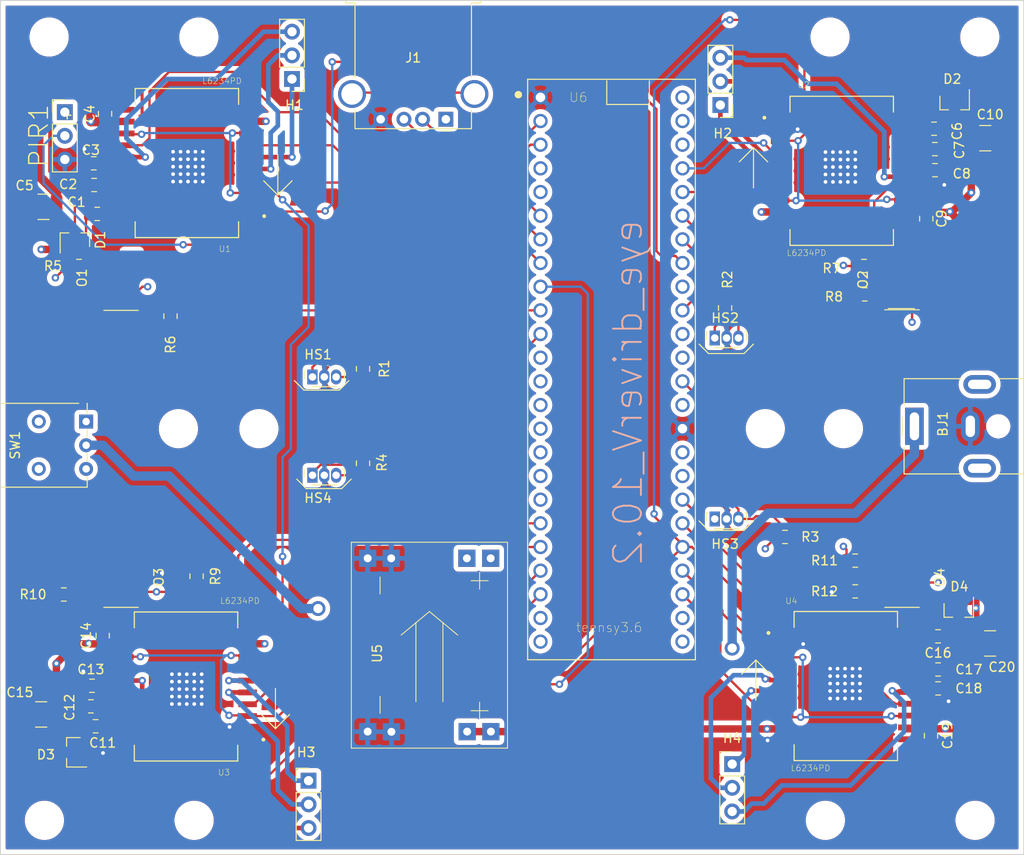
<source format=kicad_pcb>
(kicad_pcb (version 20171130) (host pcbnew "(5.1.4-0)")
  (layers (0 F.Cu signal hide) (1 In1.Cu signal hide) (2 In2.Cu signal hide) (31 B.Cu signal hide) (34 B.Paste user hide) (35 F.Paste user hide) (36 B.SilkS user) (37 F.SilkS user) (38 B.Mask user hide) (39 F.Mask user hide) (44 Edge.Cuts user))
  (net 0 "")
  (net 1 VBOOT1)
  (net 2 GND)
  (net 3 VCP1)
  (net 4 "Net-(C2-Pad1)")
  (net 5 VREF1)
  (net 6 Vcc)
  (net 7 VBOOT2)
  (net 8 VREF2)
  (net 9 VCP2)
  (net 10 VBOOT3)
  (net 11 VREF3)
  (net 12 VCP3)
  (net 13 VBOOT4)
  (net 14 VREF4)
  (net 15 VCP4)
  (net 16 M_EN)
  (net 17 M1_IN2)
  (net 18 V1)
  (net 19 U1)
  (net 20 M1_IN1)
  (net 21 M1_IN3)
  (net 22 W1)
  (net 23 W2)
  (net 24 M2_IN3)
  (net 25 M2_IN1)
  (net 26 U2)
  (net 27 V2)
  (net 28 M2_IN2)
  (net 29 M3_IN2)
  (net 30 V3)
  (net 31 U3)
  (net 32 M3_IN1)
  (net 33 M3_IN3)
  (net 34 W3)
  (net 35 W4)
  (net 36 M4_IN3)
  (net 37 M4_IN1)
  (net 38 U4)
  (net 39 V4)
  (net 40 M4_IN2)
  (net 41 "Net-(U6-Pad3)")
  (net 42 TX)
  (net 43 RX)
  (net 44 "Net-(U6-Pad34)")
  (net 45 "Net-(U6-Pad33)")
  (net 46 "Net-(U6-PadDA0)")
  (net 47 "Net-(U6-PadDA1)")
  (net 48 "Net-(U6-Pad32)")
  (net 49 "Net-(U6-Pad25)")
  (net 50 "Net-(U6-PadVIN)")
  (net 51 "Net-(U6-PadAGND)")
  (net 52 "Net-(U6-Pad18)")
  (net 53 "Net-(U6-Pad13)")
  (net 54 "Net-(U6-Pad24)")
  (net 55 "Net-(U6-Pad12)")
  (net 56 "Net-(U6-Pad11)")
  (net 57 "Net-(U6-Pad2)")
  (net 58 "Net-(J1-Pad5)")
  (net 59 HS1)
  (net 60 +3.3v)
  (net 61 HS2)
  (net 62 HS3)
  (net 63 HS4)
  (net 64 "Net-(O1-Pad1)")
  (net 65 "Net-(O2-Pad1)")
  (net 66 "Net-(O3-Pad1)")
  (net 67 "Net-(O4-Pad1)")
  (net 68 OS1)
  (net 69 OS2)
  (net 70 OS3)
  (net 71 OS4)
  (net 72 "Net-(C7-Pad1)")
  (net 73 "Net-(C12-Pad1)")
  (net 74 "Net-(C17-Pad1)")
  (net 75 "Net-(U6-Pad16)")
  (net 76 "Net-(U6-Pad15)")
  (net 77 "Net-(U6-Pad31)")
  (net 78 "Net-(BJ1-Pad1)")
  (net 79 "Net-(SW1-Pad3)")
  (net 80 "Net-(U6-Pad26)")
  (net 81 "Net-(U6-Pad10)")
  (net 82 PIR)
  (module Sensor:my_slotted_switch (layer F.Cu) (at 105.156 122.872 270)
    (fp_text reference O3 (at 0 -4 90) (layer F.SilkS))
    (fp_text value my_optical_switch)
    (pad 3 smd rect (at 2.615 1.13) (size 1.6 1) (layers F.Cu F.Paste F.Mask) (net 70 OS3))
    (pad 4 smd rect (at 2.615 -1.07) (size 1.6 1) (layers F.Cu F.Paste F.Mask) (net 60 +3.3v))
    (pad 1 smd rect (at -2.595 -1.09) (size 1.6 1) (layers F.Cu F.Paste F.Mask) (net 66 "Net-(O3-Pad1)"))
    (pad 2 smd rect (at -2.595 1.135) (size 1.6 1) (layers F.Cu F.Paste F.Mask) (net 2 GND))
  )
  (module Sensor:my_slotted_switch (layer F.Cu) (at 188.976 90.932 270)
    (fp_text reference O2 (at 0 4.254 90) (layer F.SilkS))
    (fp_text value my_optical_switch)
    (pad 3 smd rect (at 2.615 1.13) (size 1.6 1) (layers F.Cu F.Paste F.Mask) (net 69 OS2))
    (pad 4 smd rect (at 2.615 -1.07) (size 1.6 1) (layers F.Cu F.Paste F.Mask) (net 60 +3.3v))
    (pad 1 smd rect (at -2.595 -1.09) (size 1.6 1) (layers F.Cu F.Paste F.Mask) (net 65 "Net-(O2-Pad1)"))
    (pad 2 smd rect (at -2.595 1.135) (size 1.6 1) (layers F.Cu F.Paste F.Mask) (net 2 GND))
  )
  (module Sensor:my_slotted_switch (layer F.Cu) (at 105.156 90.996 270)
    (fp_text reference O1 (at -0.254 4.254 90) (layer F.SilkS))
    (fp_text value my_optical_switch)
    (pad 3 smd rect (at 2.615 1.13) (size 1.6 1) (layers F.Cu F.Paste F.Mask) (net 68 OS1))
    (pad 4 smd rect (at 2.615 -1.07) (size 1.6 1) (layers F.Cu F.Paste F.Mask) (net 60 +3.3v))
    (pad 1 smd rect (at -2.595 -1.09) (size 1.6 1) (layers F.Cu F.Paste F.Mask) (net 64 "Net-(O1-Pad1)"))
    (pad 2 smd rect (at -2.595 1.135) (size 1.6 1) (layers F.Cu F.Paste F.Mask) (net 2 GND))
  )
  (module Sensor:my_slotted_switch (layer F.Cu) (at 188.976 122.872 270)
    (fp_text reference O4 (at 0 -4 90) (layer F.SilkS))
    (fp_text value my_optical_switch)
    (pad 3 smd rect (at 2.615 1.13) (size 1.6 1) (layers F.Cu F.Paste F.Mask) (net 71 OS4))
    (pad 4 smd rect (at 2.615 -1.07) (size 1.6 1) (layers F.Cu F.Paste F.Mask) (net 60 +3.3v))
    (pad 1 smd rect (at -2.595 -1.09) (size 1.6 1) (layers F.Cu F.Paste F.Mask) (net 67 "Net-(O4-Pad1)"))
    (pad 2 smd rect (at -2.595 1.135) (size 1.6 1) (layers F.Cu F.Paste F.Mask) (net 2 GND))
  )
  (module Connector_PinHeader_2.54mm:PinHeader_1x03_P2.54mm_Vertical (layer F.Cu) (at 99.06 72.962)
    (fp_text reference PIR1 (at -2.794 2.54 90) (layer F.SilkS) (effects (font (size 2 2))))
    (fp_text value Conn_01x03)
    (pad 3 thru_hole oval (at 0 5.08) (size 1.7 1.7) (drill 1) (layers *.Cu *.Mask) (net 2 GND))
    (pad 2 thru_hole oval (at 0 2.54) (size 1.7 1.7) (drill 1) (layers *.Cu *.Mask) (net 82 PIR))
    (pad 1 thru_hole rect (at 0 0) (size 1.7 1.7) (drill 1) (layers *.Cu *.Mask) (net 60 +3.3v))
  )
  (module MountingHole:MountingHole_3.2mm_M3 (layer F.Cu) (at 197.264 64.898)
    (fp_text reference REF** hide)
    (fp_text value MountingHole_3.2mm_M3 hide)
    (pad 1 np_thru_hole circle (at 0 0) (size 3.2 3.2) (drill 3.2) (layers *.Cu *.Mask))
  )
  (module MountingHole:MountingHole_3.2mm_M3 (layer F.Cu) (at 181.194 64.898)
    (fp_text reference REF** hide)
    (fp_text value MountingHole_3.2mm_M3 hide)
    (pad 1 np_thru_hole circle (at 0 0) (size 3.2 3.2) (drill 3.2) (layers *.Cu *.Mask))
  )
  (module MountingHole:MountingHole_3.2mm_M3 (layer F.Cu) (at 180.688 148.97 180)
    (fp_text reference REF** hide)
    (fp_text value MountingHole_3.2mm_M3 hide)
    (pad 1 np_thru_hole circle (at 0 0 180) (size 3.2 3.2) (drill 3.2) (layers *.Cu *.Mask))
  )
  (module MountingHole:MountingHole_3.2mm_M3 (layer F.Cu) (at 196.758 148.97 180)
    (fp_text reference REF** hide)
    (fp_text value MountingHole_3.2mm_M3 hide)
    (pad 1 np_thru_hole circle (at 0 0 180) (size 3.2 3.2) (drill 3.2) (layers *.Cu *.Mask))
  )
  (module MountingHole:MountingHole_3.2mm_M3 (layer F.Cu) (at 96.868 148.97 180)
    (fp_text reference REF** hide)
    (fp_text value MountingHole_3.2mm_M3 hide)
    (pad 1 np_thru_hole circle (at 0 0 180) (size 3.2 3.2) (drill 3.2) (layers *.Cu *.Mask))
  )
  (module MountingHole:MountingHole_3.2mm_M3 (layer F.Cu) (at 112.938 148.97 180)
    (fp_text reference REF** hide)
    (fp_text value MountingHole_3.2mm_M3 hide)
    (pad 1 np_thru_hole circle (at 0 0 180) (size 3.2 3.2) (drill 3.2) (layers *.Cu *.Mask))
  )
  (module Resistor_SMD:R_0805_2012Metric (layer F.Cu) (at 184.912 92.52 180)
    (fp_text reference R8 (at 3.302 -0.254) (layer F.SilkS))
    (fp_text value 10k)
    (pad 2 smd roundrect (at 0.9375 0 180) (size 0.975 1.4) (layers F.Cu F.Paste F.Mask) (net 2 GND))
    (pad 1 smd roundrect (at -0.9375 0 180) (size 0.975 1.4) (layers F.Cu F.Paste F.Mask) (net 69 OS2))
  )
  (module MountingHole:MountingHole_3.2mm_M3 (layer F.Cu) (at 119.888 106.934)
    (fp_text reference REF** hide)
    (fp_text value MountingHole_3.2mm_M3 hide)
    (pad 1 np_thru_hole circle (at 0 0) (size 3.2 3.2) (drill 3.2) (layers *.Cu *.Mask))
  )
  (module MountingHole:MountingHole_3.2mm_M3 (layer F.Cu) (at 182.626 106.934)
    (fp_text reference REF** hide)
    (fp_text value MountingHole_3.2mm_M3 hide)
    (pad 1 np_thru_hole circle (at 0 0) (size 3.2 3.2) (drill 3.2) (layers *.Cu *.Mask))
  )
  (module MountingHole:MountingHole_3.2mm_M3 (layer F.Cu) (at 174.244 106.934)
    (fp_text reference REF** hide)
    (fp_text value MountingHole_3.2mm_M3 hide)
    (pad 1 np_thru_hole circle (at 0 0) (size 3.2 3.2) (drill 3.2) (layers *.Cu *.Mask))
  )
  (module MountingHole:MountingHole_3.2mm_M3 (layer F.Cu) (at 111.252 106.934)
    (fp_text reference REF** hide)
    (fp_text value MountingHole_3.2mm_M3 hide)
    (pad 1 np_thru_hole circle (at 0 0) (size 3.2 3.2) (drill 3.2) (layers *.Cu *.Mask))
  )
  (module Button_Switch_THT:SW_NKK_BB15AH (layer F.Cu) (at 101.346 106.172 270)
    (fp_text reference SW1 (at 2.54 7.62 90) (layer F.SilkS))
    (fp_text value SW_SPDT)
    (pad 1 thru_hole rect (at 0 0 270) (size 1.5 1.5) (drill 0.8) (layers *.Cu *.Mask) (net 6 Vcc))
    (pad 2 thru_hole circle (at 2.54 0 270) (size 1.5 1.5) (drill 0.8) (layers *.Cu *.Mask) (net 78 "Net-(BJ1-Pad1)"))
    (pad 3 thru_hole circle (at 5.08 0 270) (size 1.5 1.5) (drill 0.8) (layers *.Cu *.Mask) (net 79 "Net-(SW1-Pad3)"))
    (pad "" thru_hole circle (at 0 5.08 270) (size 1.5 1.5) (drill 0.9) (layers *.Cu *.Mask))
    (pad "" thru_hole circle (at 5.08 5.08 270) (size 1.5 1.5) (drill 0.9) (layers *.Cu *.Mask))
  )
  (module Connector_BarrelJack:BarrelJack_CUI_PJ-063AH_Horizontal (layer F.Cu) (at 190.246 106.68 90)
    (fp_text reference BJ1 (at 0.254 3.048 90) (layer F.SilkS))
    (fp_text value Barrel_Jack)
    (pad "" np_thru_hole circle (at 0 9 90) (size 1.6 1.6) (drill 1.6) (layers *.Cu *.Mask))
    (pad MP thru_hole oval (at 4.5 7 90) (size 2 3.5) (drill oval 1 2.5) (layers *.Cu *.Mask))
    (pad MP thru_hole oval (at -4.5 7 90) (size 2 3.5) (drill oval 1 2.5) (layers *.Cu *.Mask))
    (pad 2 thru_hole oval (at 0 6 90) (size 3.3 2) (drill oval 2.3 1) (layers *.Cu *.Mask) (net 2 GND))
    (pad 1 thru_hole rect (at 0 0 90) (size 4 2) (drill oval 3 1) (layers *.Cu *.Mask) (net 78 "Net-(BJ1-Pad1)"))
  )
  (module Connector_PinHeader_2.54mm:PinHeader_1x03_P2.54mm_Vertical (layer F.Cu) (at 170.688 142.938)
    (fp_text reference H4 (at 0 -2.794) (layer F.SilkS))
    (fp_text value Conn_01x03)
    (pad 3 thru_hole oval (at 0 5.08) (size 1.7 1.7) (drill 1) (layers *.Cu *.Mask) (net 35 W4))
    (pad 2 thru_hole oval (at 0 2.54) (size 1.7 1.7) (drill 1) (layers *.Cu *.Mask) (net 39 V4))
    (pad 1 thru_hole rect (at 0 0) (size 1.7 1.7) (drill 1) (layers *.Cu *.Mask) (net 38 U4))
  )
  (module Connector_PinHeader_2.54mm:PinHeader_1x03_P2.54mm_Vertical (layer F.Cu) (at 125.222 144.716)
    (fp_text reference H3 (at -0.254 -3.048) (layer F.SilkS))
    (fp_text value Conn_01x03)
    (pad 3 thru_hole oval (at 0 5.08) (size 1.7 1.7) (drill 1) (layers *.Cu *.Mask) (net 34 W3))
    (pad 2 thru_hole oval (at 0 2.54) (size 1.7 1.7) (drill 1) (layers *.Cu *.Mask) (net 30 V3))
    (pad 1 thru_hole rect (at 0 0) (size 1.7 1.7) (drill 1) (layers *.Cu *.Mask) (net 31 U3))
  )
  (module Connector_PinHeader_2.54mm:PinHeader_1x03_P2.54mm_Vertical (layer F.Cu) (at 169.418 72.2 180)
    (fp_text reference H2 (at -0.254 -3.048) (layer F.SilkS))
    (fp_text value Conn_01x03)
    (pad 3 thru_hole oval (at 0 5.08 180) (size 1.7 1.7) (drill 1) (layers *.Cu *.Mask) (net 23 W2))
    (pad 2 thru_hole oval (at 0 2.54 180) (size 1.7 1.7) (drill 1) (layers *.Cu *.Mask) (net 27 V2))
    (pad 1 thru_hole rect (at 0 0 180) (size 1.7 1.7) (drill 1) (layers *.Cu *.Mask) (net 26 U2))
  )
  (module Connector_PinHeader_2.54mm:PinHeader_1x03_P2.54mm_Vertical (layer F.Cu) (at 123.444 69.406 180)
    (fp_text reference H1 (at -0.254 -2.794) (layer F.SilkS))
    (fp_text value Conn_01x03)
    (pad 3 thru_hole oval (at 0 5.08 180) (size 1.7 1.7) (drill 1) (layers *.Cu *.Mask) (net 22 W1))
    (pad 2 thru_hole oval (at 0 2.54 180) (size 1.7 1.7) (drill 1) (layers *.Cu *.Mask) (net 18 V1))
    (pad 1 thru_hole rect (at 0 0 180) (size 1.7 1.7) (drill 1) (layers *.Cu *.Mask) (net 19 U1))
  )
  (module Capacitor_SMD:C_1210_3225Metric (layer F.Cu) (at 197.852 75.756)
    (fp_text reference C10 (at 0.522 -2.54) (layer F.SilkS))
    (fp_text value 100uF)
    (pad 2 smd roundrect (at 1.4 0) (size 1.25 2.65) (layers F.Cu F.Paste F.Mask) (roundrect_rratio 0.2) (net 2 GND))
    (pad 1 smd roundrect (at -1.4 0) (size 1.25 2.65) (layers F.Cu F.Paste F.Mask) (roundrect_rratio 0.2) (net 6 Vcc))
  )
  (module Resistor_SMD:R_0805_2012Metric (layer F.Cu) (at 183.896 124.396 180)
    (fp_text reference R12 (at 3.302 0) (layer F.SilkS))
    (fp_text value 10k)
    (pad 2 smd roundrect (at 0.9375 0 180) (size 0.975 1.4) (layers F.Cu F.Paste F.Mask) (net 2 GND))
    (pad 1 smd roundrect (at -0.9375 0 180) (size 0.975 1.4) (layers F.Cu F.Paste F.Mask) (net 71 OS4))
  )
  (module Resistor_SMD:R_0805_2012Metric (layer F.Cu) (at 183.896 121.094)
    (fp_text reference R11 (at -3.302 0) (layer F.SilkS))
    (fp_text value 110)
    (pad 2 smd roundrect (at 0.9375 0) (size 0.975 1.4) (layers F.Cu F.Paste F.Mask) (net 67 "Net-(O4-Pad1)"))
    (pad 1 smd roundrect (at -0.9375 0) (size 0.975 1.4) (layers F.Cu F.Paste F.Mask) (net 60 +3.3v))
  )
  (module Resistor_SMD:R_0805_2012Metric (layer F.Cu) (at 98.95 124.73 180)
    (fp_text reference R10 (at 3.302 0) (layer F.SilkS))
    (fp_text value 10k)
    (pad 2 smd roundrect (at 0.9375 0 180) (size 0.975 1.4) (layers F.Cu F.Paste F.Mask) (net 2 GND))
    (pad 1 smd roundrect (at -0.9375 0 180) (size 0.975 1.4) (layers F.Cu F.Paste F.Mask) (net 70 OS3))
  )
  (module Resistor_SMD:R_0805_2012Metric (layer F.Cu) (at 113.2 122.77 90)
    (fp_text reference R9 (at 0 2.032 90) (layer F.SilkS))
    (fp_text value 110)
    (pad 2 smd roundrect (at 0.9375 0 90) (size 0.975 1.4) (layers F.Cu F.Paste F.Mask) (net 66 "Net-(O3-Pad1)"))
    (pad 1 smd roundrect (at -0.9375 0 90) (size 0.975 1.4) (layers F.Cu F.Paste F.Mask) (net 60 +3.3v))
  )
  (module Resistor_SMD:R_0805_2012Metric (layer F.Cu) (at 184.8335 89.472)
    (fp_text reference R7 (at -3.4775 0.254) (layer F.SilkS))
    (fp_text value 110)
    (pad 2 smd roundrect (at 0.9375 0) (size 0.975 1.4) (layers F.Cu F.Paste F.Mask) (net 65 "Net-(O2-Pad1)"))
    (pad 1 smd roundrect (at -0.9375 0) (size 0.975 1.4) (layers F.Cu F.Paste F.Mask) (net 60 +3.3v))
  )
  (module Resistor_SMD:R_0805_2012Metric (layer F.Cu) (at 110.4 94.86 270)
    (fp_text reference R6 (at 3.048 0 90) (layer F.SilkS))
    (fp_text value 10k)
    (pad 2 smd roundrect (at 0.9375 0 270) (size 0.975 1.4) (layers F.Cu F.Paste F.Mask) (net 2 GND))
    (pad 1 smd roundrect (at -0.9375 0 270) (size 0.975 1.4) (layers F.Cu F.Paste F.Mask) (net 68 OS1))
  )
  (module Resistor_SMD:R_0805_2012Metric (layer F.Cu) (at 100.584 89.472)
    (fp_text reference R5 (at -2.794 0) (layer F.SilkS))
    (fp_text value 110)
    (pad 2 smd roundrect (at 0.9375 0) (size 0.975 1.4) (layers F.Cu F.Paste F.Mask) (net 64 "Net-(O1-Pad1)"))
    (pad 1 smd roundrect (at -0.9375 0) (size 0.975 1.4) (layers F.Cu F.Paste F.Mask) (net 60 +3.3v))
  )
  (module Resistor_SMD:R_0805_2012Metric (layer F.Cu) (at 131.064 110.6485 270)
    (fp_text reference R4 (at -0.0785 -2.032 90) (layer F.SilkS))
    (fp_text value 50k)
    (pad 2 smd roundrect (at 0.9375 0 270) (size 0.975 1.4) (layers F.Cu F.Paste F.Mask) (net 63 HS4))
    (pad 1 smd roundrect (at -0.9375 0 270) (size 0.975 1.4) (layers F.Cu F.Paste F.Mask) (net 60 +3.3v))
  )
  (module Resistor_SMD:R_0805_2012Metric (layer F.Cu) (at 176.3545 118.554)
    (fp_text reference R3 (at 2.7155 0) (layer F.SilkS))
    (fp_text value 50k)
    (pad 2 smd roundrect (at 0.9375 0) (size 0.975 1.4) (layers F.Cu F.Paste F.Mask) (net 62 HS3))
    (pad 1 smd roundrect (at -0.9375 0) (size 0.975 1.4) (layers F.Cu F.Paste F.Mask) (net 60 +3.3v))
  )
  (module Resistor_SMD:R_0805_2012Metric (layer F.Cu) (at 169.926 93.98 90)
    (fp_text reference R2 (at 3.048 0.254 90) (layer F.SilkS))
    (fp_text value 50k)
    (pad 2 smd roundrect (at 0.9375 0 90) (size 0.975 1.4) (layers F.Cu F.Paste F.Mask) (net 61 HS2))
    (pad 1 smd roundrect (at -0.9375 0 90) (size 0.975 1.4) (layers F.Cu F.Paste F.Mask) (net 60 +3.3v))
  )
  (module Resistor_SMD:R_0805_2012Metric (layer F.Cu) (at 131.064 100.504 270)
    (fp_text reference R1 (at 0 -2.286 90) (layer F.SilkS))
    (fp_text value 50k)
    (pad 2 smd roundrect (at 0.9375 0 270) (size 0.975 1.4) (layers F.Cu F.Paste F.Mask) (net 59 HS1))
    (pad 1 smd roundrect (at -0.9375 0 270) (size 0.975 1.4) (layers F.Cu F.Paste F.Mask) (net 60 +3.3v))
  )
  (module Package_TO_SOT_SMD:SOT-23 (layer F.Cu) (at 195.006 126.412 270)
    (fp_text reference D4 (at -2.524 -0.066 180) (layer F.SilkS))
    (fp_text value BAT54S)
    (pad 3 smd rect (at 1 0 270) (size 0.9 0.8) (layers F.Cu F.Paste F.Mask) (net 74 "Net-(C17-Pad1)"))
    (pad 2 smd rect (at -1 0.95 270) (size 0.9 0.8) (layers F.Cu F.Paste F.Mask) (net 13 VBOOT4))
    (pad 1 smd rect (at -1 -0.95 270) (size 0.9 0.8) (layers F.Cu F.Paste F.Mask) (net 6 Vcc))
  )
  (module Package_TO_SOT_SMD:SOT-23 (layer F.Cu) (at 100.008 141.668 180)
    (fp_text reference D3 (at 2.98 -0.254) (layer F.SilkS))
    (fp_text value BAT54S)
    (pad 3 smd rect (at 1 0 180) (size 0.9 0.8) (layers F.Cu F.Paste F.Mask) (net 73 "Net-(C12-Pad1)"))
    (pad 2 smd rect (at -1 0.95 180) (size 0.9 0.8) (layers F.Cu F.Paste F.Mask) (net 10 VBOOT3))
    (pad 1 smd rect (at -1 -0.95 180) (size 0.9 0.8) (layers F.Cu F.Paste F.Mask) (net 6 Vcc))
  )
  (module Package_TO_SOT_SMD:SOT-23 (layer F.Cu) (at 194.564 71.946 270)
    (fp_text reference D2 (at -2.54 0.254 180) (layer F.SilkS))
    (fp_text value BAT54S)
    (pad 3 smd rect (at 1 0 270) (size 0.9 0.8) (layers F.Cu F.Paste F.Mask) (net 72 "Net-(C7-Pad1)"))
    (pad 2 smd rect (at -1 0.95 270) (size 0.9 0.8) (layers F.Cu F.Paste F.Mask) (net 7 VBOOT2))
    (pad 1 smd rect (at -1 -0.95 270) (size 0.9 0.8) (layers F.Cu F.Paste F.Mask) (net 6 Vcc))
  )
  (module Capacitor_SMD:C_0805_2012Metric (layer F.Cu) (at 192.786 132.778 180)
    (fp_text reference C17 (at -3.302 0) (layer F.SilkS))
    (fp_text value 10nF)
    (pad 2 smd roundrect (at 0.9375 0 180) (size 0.975 1.4) (layers F.Cu F.Paste F.Mask) (net 15 VCP4))
    (pad 1 smd roundrect (at -0.9375 0 180) (size 0.975 1.4) (layers F.Cu F.Paste F.Mask) (net 74 "Net-(C17-Pad1)"))
  )
  (module Capacitor_SMD:C_1210_3225Metric (layer F.Cu) (at 198.374 129.984)
    (fp_text reference C20 (at 1.27 2.54) (layer F.SilkS))
    (fp_text value 100uF)
    (pad 2 smd roundrect (at 1.4 0) (size 1.25 2.65) (layers F.Cu F.Paste F.Mask) (roundrect_rratio 0.2) (net 2 GND))
    (pad 1 smd roundrect (at -1.4 0) (size 1.25 2.65) (layers F.Cu F.Paste F.Mask) (roundrect_rratio 0.2) (net 6 Vcc))
  )
  (module Capacitor_SMD:C_0805_2012Metric (layer F.Cu) (at 192.024 139.89 270)
    (fp_text reference C19 (at 0 -1.778 90) (layer F.SilkS))
    (fp_text value 100nF)
    (pad 2 smd roundrect (at 0.9375 0 270) (size 0.975 1.4) (layers F.Cu F.Paste F.Mask) (net 2 GND))
    (pad 1 smd roundrect (at -0.9375 0 270) (size 0.975 1.4) (layers F.Cu F.Paste F.Mask) (net 6 Vcc))
  )
  (module Capacitor_SMD:C_0805_2012Metric (layer F.Cu) (at 192.786 134.81)
    (fp_text reference C18 (at 3.302 0) (layer F.SilkS))
    (fp_text value 1uF)
    (pad 2 smd roundrect (at 0.9375 0) (size 0.975 1.4) (layers F.Cu F.Paste F.Mask) (net 2 GND))
    (pad 1 smd roundrect (at -0.9375 0) (size 0.975 1.4) (layers F.Cu F.Paste F.Mask) (net 14 VREF4))
  )
  (module Capacitor_SMD:C_0805_2012Metric (layer F.Cu) (at 192.786 129.222 180)
    (fp_text reference C16 (at 0 -1.778) (layer F.SilkS))
    (fp_text value .22uF)
    (pad 2 smd roundrect (at 0.9375 0 180) (size 0.975 1.4) (layers F.Cu F.Paste F.Mask) (net 2 GND))
    (pad 1 smd roundrect (at -0.9375 0 180) (size 0.975 1.4) (layers F.Cu F.Paste F.Mask) (net 13 VBOOT4))
  )
  (module Capacitor_SMD:C_0805_2012Metric (layer F.Cu) (at 101.854 136.736)
    (fp_text reference C12 (at -2.286 0.106 90) (layer F.SilkS))
    (fp_text value 10nF)
    (pad 2 smd roundrect (at 0.9375 0) (size 0.975 1.4) (layers F.Cu F.Paste F.Mask) (net 12 VCP3))
    (pad 1 smd roundrect (at -0.9375 0) (size 0.975 1.4) (layers F.Cu F.Paste F.Mask) (net 73 "Net-(C12-Pad1)"))
  )
  (module Capacitor_SMD:C_1210_3225Metric (layer F.Cu) (at 96.52 137.604 180)
    (fp_text reference C15 (at 2.286 2.37) (layer F.SilkS))
    (fp_text value 100uF)
    (pad 2 smd roundrect (at 1.4 0 180) (size 1.25 2.65) (layers F.Cu F.Paste F.Mask) (roundrect_rratio 0.2) (net 2 GND))
    (pad 1 smd roundrect (at -1.4 0 180) (size 1.25 2.65) (layers F.Cu F.Paste F.Mask) (roundrect_rratio 0.2) (net 6 Vcc))
  )
  (module Capacitor_SMD:C_0805_2012Metric (layer F.Cu) (at 103.124 129.1435 90)
    (fp_text reference C14 (at 0 -1.778 90) (layer F.SilkS))
    (fp_text value 100nF)
    (pad 2 smd roundrect (at 0.9375 0 90) (size 0.975 1.4) (layers F.Cu F.Paste F.Mask) (net 2 GND))
    (pad 1 smd roundrect (at -0.9375 0 90) (size 0.975 1.4) (layers F.Cu F.Paste F.Mask) (net 6 Vcc))
  )
  (module Capacitor_SMD:C_0805_2012Metric (layer F.Cu) (at 101.9805 134.526 180)
    (fp_text reference C13 (at 0.1265 1.748) (layer F.SilkS))
    (fp_text value 1uF)
    (pad 2 smd roundrect (at 0.9375 0 180) (size 0.975 1.4) (layers F.Cu F.Paste F.Mask) (net 2 GND))
    (pad 1 smd roundrect (at -0.9375 0 180) (size 0.975 1.4) (layers F.Cu F.Paste F.Mask) (net 11 VREF3))
  )
  (module Capacitor_SMD:C_0805_2012Metric (layer F.Cu) (at 102.362 138.874)
    (fp_text reference C11 (at 0.762 1.778) (layer F.SilkS))
    (fp_text value .22uF)
    (pad 2 smd roundrect (at 0.9375 0) (size 0.975 1.4) (layers F.Cu F.Paste F.Mask) (net 2 GND))
    (pad 1 smd roundrect (at -0.9375 0) (size 0.975 1.4) (layers F.Cu F.Paste F.Mask) (net 10 VBOOT3))
  )
  (module Capacitor_SMD:C_0805_2012Metric (layer F.Cu) (at 192.442 76.928 180)
    (fp_text reference C7 (at -2.63 -0.098 90) (layer F.SilkS))
    (fp_text value 10nF)
    (pad 2 smd roundrect (at 0.9375 0 180) (size 0.975 1.4) (layers F.Cu F.Paste F.Mask) (net 9 VCP2))
    (pad 1 smd roundrect (at -0.9375 0 180) (size 0.975 1.4) (layers F.Cu F.Paste F.Mask) (net 72 "Net-(C7-Pad1)"))
  )
  (module Capacitor_SMD:C_0805_2012Metric (layer F.Cu) (at 191.516 84.392 270)
    (fp_text reference C9 (at 0 -1.65 90) (layer F.SilkS))
    (fp_text value 100nF)
    (pad 2 smd roundrect (at 0.9375 0 270) (size 0.975 1.4) (layers F.Cu F.Paste F.Mask) (net 2 GND))
    (pad 1 smd roundrect (at -0.9375 0 270) (size 0.975 1.4) (layers F.Cu F.Paste F.Mask) (net 6 Vcc))
  )
  (module Capacitor_SMD:C_0805_2012Metric (layer F.Cu) (at 192.4595 79.188)
    (fp_text reference C8 (at 2.8665 0.378) (layer F.SilkS))
    (fp_text value 1uF)
    (pad 2 smd roundrect (at 0.9375 0) (size 0.975 1.4) (layers F.Cu F.Paste F.Mask) (net 2 GND))
    (pad 1 smd roundrect (at -0.9375 0) (size 0.975 1.4) (layers F.Cu F.Paste F.Mask) (net 8 VREF2))
  )
  (module Capacitor_SMD:C_0805_2012Metric (layer F.Cu) (at 192.352 74.74 180)
    (fp_text reference C6 (at -2.466 -0.254 90) (layer F.SilkS))
    (fp_text value .22uF)
    (pad 2 smd roundrect (at 0.9375 0 180) (size 0.975 1.4) (layers F.Cu F.Paste F.Mask) (net 2 GND))
    (pad 1 smd roundrect (at -0.9375 0 180) (size 0.975 1.4) (layers F.Cu F.Paste F.Mask) (net 7 VBOOT2))
  )
  (module MountingHole:MountingHole_3.2mm_M3 (layer F.Cu) (at 97.374 64.898)
    (fp_text reference REF** hide)
    (fp_text value MountingHole_3.2mm_M3 hide)
    (pad 1 np_thru_hole circle (at 0 0) (size 3.2 3.2) (drill 3.2) (layers *.Cu *.Mask))
  )
  (module MountingHole:MountingHole_3.2mm_M3 (layer F.Cu) (at 113.444 64.898)
    (fp_text reference REF** hide)
    (fp_text value MountingHole_3.2mm_M3 hide)
    (pad 1 np_thru_hole circle (at 0 0) (size 3.2 3.2) (drill 3.2) (layers *.Cu *.Mask))
  )
  (module Sensor_Current:Diodes_SIP-3_4.1x1.5mm_P1.27mm (layer F.Cu) (at 125.637 111.931)
    (fp_text reference HS4 (at 0.601 2.449) (layer F.SilkS))
    (fp_text value hall_effect_three_wire)
    (pad 3 thru_hole oval (at 2.54 0) (size 1.1 1.6) (drill 0.8) (layers *.Cu *.Mask) (net 63 HS4))
    (pad 2 thru_hole oval (at 1.27 0) (size 1.1 1.6) (drill 0.8) (layers *.Cu *.Mask) (net 2 GND))
    (pad 1 thru_hole rect (at 0 0) (size 1.1 1.6) (drill 0.8) (layers *.Cu *.Mask) (net 60 +3.3v))
  )
  (module Sensor_Current:Diodes_SIP-3_4.1x1.5mm_P1.27mm (layer F.Cu) (at 168.817 116.621666)
    (fp_text reference HS3 (at 1.109 2.694334) (layer F.SilkS))
    (fp_text value hall_effect_three_wire)
    (pad 3 thru_hole oval (at 2.54 0) (size 1.1 1.6) (drill 0.8) (layers *.Cu *.Mask) (net 62 HS3))
    (pad 2 thru_hole oval (at 1.27 0) (size 1.1 1.6) (drill 0.8) (layers *.Cu *.Mask) (net 2 GND))
    (pad 1 thru_hole rect (at 0 0) (size 1.1 1.6) (drill 0.8) (layers *.Cu *.Mask) (net 60 +3.3v))
  )
  (module Sensor_Current:Diodes_SIP-3_4.1x1.5mm_P1.27mm (layer F.Cu) (at 168.817 97.200333)
    (fp_text reference HS2 (at 1.109 -2.140333) (layer F.SilkS))
    (fp_text value hall_effect_three_wire)
    (pad 3 thru_hole oval (at 2.54 0) (size 1.1 1.6) (drill 0.8) (layers *.Cu *.Mask) (net 61 HS2))
    (pad 2 thru_hole oval (at 1.27 0) (size 1.1 1.6) (drill 0.8) (layers *.Cu *.Mask) (net 2 GND))
    (pad 1 thru_hole rect (at 0 0) (size 1.1 1.6) (drill 0.8) (layers *.Cu *.Mask) (net 60 +3.3v))
  )
  (module Sensor_Current:Diodes_SIP-3_4.1x1.5mm_P1.27mm (layer F.Cu) (at 125.637 101.383)
    (fp_text reference HS1 (at 0.601 -2.403) (layer F.SilkS))
    (fp_text value hall_effect_three_wire)
    (pad 3 thru_hole oval (at 2.54 0) (size 1.1 1.6) (drill 0.8) (layers *.Cu *.Mask) (net 59 HS1))
    (pad 2 thru_hole oval (at 1.27 0) (size 1.1 1.6) (drill 0.8) (layers *.Cu *.Mask) (net 2 GND))
    (pad 1 thru_hole rect (at 0 0) (size 1.1 1.6) (drill 0.8) (layers *.Cu *.Mask) (net 60 +3.3v))
  )
  (module Connector_USB:USB_A_Stewart_SS-52100-001_Horizontal (layer F.Cu) (at 139.954 73.724 180)
    (fp_text reference J1 (at 3.5 6.604) (layer F.SilkS))
    (fp_text value USB_A)
    (pad 4 thru_hole circle (at 7 0 180) (size 1.6 1.6) (drill 0.92) (layers *.Cu *.Mask) (net 2 GND))
    (pad 3 thru_hole circle (at 4.5 0 180) (size 1.6 1.6) (drill 0.92) (layers *.Cu *.Mask) (net 42 TX))
    (pad 2 thru_hole circle (at 2.5 0 180) (size 1.6 1.6) (drill 0.92) (layers *.Cu *.Mask) (net 43 RX))
    (pad 1 thru_hole rect (at 0 0 180) (size 1.6 1.6) (drill 0.92) (layers *.Cu *.Mask) (net 60 +3.3v))
    (pad 5 thru_hole circle (at -3.07 2.71 180) (size 3 3) (drill 2.3) (layers *.Cu *.Mask) (net 58 "Net-(J1-Pad5)"))
    (pad 5 thru_hole circle (at 10.07 2.71 180) (size 3 3) (drill 2.3) (layers *.Cu *.Mask) (net 58 "Net-(J1-Pad5)"))
  )
  (module DEV-14058:MODULE_DEV-14058 (layer F.Cu) (at 157.734 100.584)
    (fp_text reference U6 (at -3.556 -29.21) (layer F.SilkS) (effects (font (size 1.00041 1.00041) (thickness 0.05))))
    (fp_text value teensy3.6 (at -0.254 27.686) (layer F.SilkS) (effects (font (size 1.00143 1.00143) (thickness 0.05))))
    (pad 39 thru_hole circle (at 7.62 13.97) (size 1.53 1.53) (drill 1.02) (layers *.Cu *.Mask) (net 71 OS4))
    (pad 38 thru_hole circle (at 7.62 16.51) (size 1.53 1.53) (drill 1.02) (layers *.Cu *.Mask) (net 36 M4_IN3))
    (pad 37 thru_hole circle (at 7.62 19.05) (size 1.53 1.53) (drill 1.02) (layers *.Cu *.Mask) (net 16 M_EN))
    (pad 36 thru_hole circle (at 7.62 21.59) (size 1.53 1.53) (drill 1.02) (layers *.Cu *.Mask) (net 40 M4_IN2))
    (pad 35 thru_hole circle (at 7.62 24.13) (size 1.53 1.53) (drill 1.02) (layers *.Cu *.Mask) (net 37 M4_IN1))
    (pad 34 thru_hole circle (at 7.62 26.67) (size 1.53 1.53) (drill 1.02) (layers *.Cu *.Mask) (net 44 "Net-(U6-Pad34)"))
    (pad 33 thru_hole circle (at 7.62 29.21) (size 1.53 1.53) (drill 1.02) (layers *.Cu *.Mask) (net 45 "Net-(U6-Pad33)"))
    (pad DA0 thru_hole circle (at 7.62 11.43) (size 1.53 1.53) (drill 1.02) (layers *.Cu *.Mask) (net 46 "Net-(U6-PadDA0)"))
    (pad DA1 thru_hole circle (at 7.62 8.89) (size 1.53 1.53) (drill 1.02) (layers *.Cu *.Mask) (net 47 "Net-(U6-PadDA1)"))
    (pad GND2 thru_hole circle (at 7.62 6.35) (size 1.53 1.53) (drill 1.02) (layers *.Cu *.Mask) (net 2 GND))
    (pad 32 thru_hole circle (at -7.62 29.21) (size 1.53 1.53) (drill 1.02) (layers *.Cu *.Mask) (net 48 "Net-(U6-Pad32)"))
    (pad 31 thru_hole circle (at -7.62 26.67) (size 1.53 1.53) (drill 1.02) (layers *.Cu *.Mask) (net 77 "Net-(U6-Pad31)"))
    (pad 30 thru_hole circle (at -7.62 24.13) (size 1.53 1.53) (drill 1.02) (layers *.Cu *.Mask) (net 29 M3_IN2))
    (pad 29 thru_hole circle (at -7.62 21.59) (size 1.53 1.53) (drill 1.02) (layers *.Cu *.Mask) (net 32 M3_IN1))
    (pad 28 thru_hole circle (at -7.62 19.05) (size 1.53 1.53) (drill 1.02) (layers *.Cu *.Mask) (net 70 OS3))
    (pad 27 thru_hole circle (at -7.62 16.51) (size 1.53 1.53) (drill 1.02) (layers *.Cu *.Mask) (net 63 HS4))
    (pad 26 thru_hole circle (at -7.62 13.97) (size 1.53 1.53) (drill 1.02) (layers *.Cu *.Mask) (net 80 "Net-(U6-Pad26)"))
    (pad 25 thru_hole circle (at -7.62 11.43) (size 1.53 1.53) (drill 1.02) (layers *.Cu *.Mask) (net 49 "Net-(U6-Pad25)"))
    (pad VIN thru_hole circle (at 7.62 -29.21) (size 1.53 1.53) (drill 1.02) (layers *.Cu *.Mask) (net 50 "Net-(U6-PadVIN)"))
    (pad AGND thru_hole circle (at 7.62 -26.67) (size 1.53 1.53) (drill 1.02) (layers *.Cu *.Mask) (net 51 "Net-(U6-PadAGND)"))
    (pad "3.3V(250MA)" thru_hole circle (at 7.62 -24.13) (size 1.53 1.53) (drill 1.02) (layers *.Cu *.Mask))
    (pad 23 thru_hole circle (at 7.62 -21.59) (size 1.53 1.53) (drill 1.02) (layers *.Cu *.Mask) (net 28 M2_IN2))
    (pad 22 thru_hole circle (at 7.62 -19.05) (size 1.53 1.53) (drill 1.02) (layers *.Cu *.Mask) (net 25 M2_IN1))
    (pad 21 thru_hole circle (at 7.62 -16.51) (size 1.53 1.53) (drill 1.02) (layers *.Cu *.Mask) (net 24 M2_IN3))
    (pad 20 thru_hole circle (at 7.62 -13.97) (size 1.53 1.53) (drill 1.02) (layers *.Cu *.Mask) (net 69 OS2))
    (pad 19 thru_hole circle (at 7.62 -11.43) (size 1.53 1.53) (drill 1.02) (layers *.Cu *.Mask) (net 82 PIR))
    (pad 18 thru_hole circle (at 7.62 -8.89) (size 1.53 1.53) (drill 1.02) (layers *.Cu *.Mask) (net 52 "Net-(U6-Pad18)"))
    (pad 17 thru_hole circle (at 7.62 -6.35) (size 1.53 1.53) (drill 1.02) (layers *.Cu *.Mask) (net 61 HS2))
    (pad 16 thru_hole circle (at 7.62 -3.81) (size 1.53 1.53) (drill 1.02) (layers *.Cu *.Mask) (net 75 "Net-(U6-Pad16)"))
    (pad 15 thru_hole circle (at 7.62 -1.27) (size 1.53 1.53) (drill 1.02) (layers *.Cu *.Mask) (net 76 "Net-(U6-Pad15)"))
    (pad 14 thru_hole circle (at 7.62 1.27) (size 1.53 1.53) (drill 1.02) (layers *.Cu *.Mask) (net 62 HS3))
    (pad 13 thru_hole circle (at 7.62 3.81) (size 1.53 1.53) (drill 1.02) (layers *.Cu *.Mask) (net 53 "Net-(U6-Pad13)"))
    (pad 24 thru_hole circle (at -7.62 8.89) (size 1.53 1.53) (drill 1.02) (layers *.Cu *.Mask) (net 54 "Net-(U6-Pad24)"))
    (pad 3.3V thru_hole circle (at -7.62 6.35) (size 1.53 1.53) (drill 1.02) (layers *.Cu *.Mask) (net 60 +3.3v))
    (pad 12 thru_hole circle (at -7.62 3.81) (size 1.53 1.53) (drill 1.02) (layers *.Cu *.Mask) (net 55 "Net-(U6-Pad12)"))
    (pad 11 thru_hole circle (at -7.62 1.27) (size 1.53 1.53) (drill 1.02) (layers *.Cu *.Mask) (net 56 "Net-(U6-Pad11)"))
    (pad 10 thru_hole circle (at -7.62 -1.27) (size 1.53 1.53) (drill 1.02) (layers *.Cu *.Mask) (net 81 "Net-(U6-Pad10)"))
    (pad 9 thru_hole circle (at -7.62 -3.81) (size 1.53 1.53) (drill 1.02) (layers *.Cu *.Mask) (net 59 HS1))
    (pad 8 thru_hole circle (at -7.62 -6.35) (size 1.53 1.53) (drill 1.02) (layers *.Cu *.Mask) (net 68 OS1))
    (pad 7 thru_hole circle (at -7.62 -8.89) (size 1.53 1.53) (drill 1.02) (layers *.Cu *.Mask) (net 33 M3_IN3))
    (pad 6 thru_hole circle (at -7.62 -11.43) (size 1.53 1.53) (drill 1.02) (layers *.Cu *.Mask) (net 17 M1_IN2))
    (pad 5 thru_hole circle (at -7.62 -13.97) (size 1.53 1.53) (drill 1.02) (layers *.Cu *.Mask) (net 20 M1_IN1))
    (pad 4 thru_hole circle (at -7.62 -16.51) (size 1.53 1.53) (drill 1.02) (layers *.Cu *.Mask) (net 21 M1_IN3))
    (pad 3 thru_hole circle (at -7.62 -19.05) (size 1.53 1.53) (drill 1.02) (layers *.Cu *.Mask) (net 41 "Net-(U6-Pad3)"))
    (pad 2 thru_hole circle (at -7.62 -21.59) (size 1.53 1.53) (drill 1.02) (layers *.Cu *.Mask) (net 57 "Net-(U6-Pad2)"))
    (pad 1 thru_hole circle (at -7.62 -24.13) (size 1.53 1.53) (drill 1.02) (layers *.Cu *.Mask) (net 42 TX))
    (pad 0 thru_hole circle (at -7.62 -26.67) (size 1.53 1.53) (drill 1.02) (layers *.Cu *.Mask) (net 43 RX))
    (pad GND1 thru_hole circle (at -7.62 -29.21) (size 1.53 1.53) (drill 1.02) (layers *.Cu *.Mask) (net 2 GND))
  )
  (module Capacitor_SMD:C_0805_2012Metric (layer F.Cu) (at 102.5375 83.884)
    (fp_text reference C1 (at -2.2075 -1.27) (layer F.SilkS))
    (fp_text value .22uF)
    (pad 1 smd roundrect (at -0.9375 0) (size 0.975 1.4) (layers F.Cu F.Paste F.Mask) (net 1 VBOOT1))
    (pad 2 smd roundrect (at 0.9375 0) (size 0.975 1.4) (layers F.Cu F.Paste F.Mask) (net 2 GND))
  )
  (module Capacitor_SMD:C_0805_2012Metric (layer F.Cu) (at 102.2055 80.782)
    (fp_text reference C2 (at -2.79 -0.08) (layer F.SilkS))
    (fp_text value 10nF)
    (pad 2 smd roundrect (at 0.9375 0) (size 0.975 1.4) (layers F.Cu F.Paste F.Mask) (net 3 VCP1))
    (pad 1 smd roundrect (at -0.9375 0) (size 0.975 1.4) (layers F.Cu F.Paste F.Mask) (net 4 "Net-(C2-Pad1)"))
  )
  (module Capacitor_SMD:C_0805_2012Metric (layer F.Cu) (at 102.168 78.452 180)
    (fp_text reference C3 (at 0.314 1.426) (layer F.SilkS))
    (fp_text value 1uF)
    (pad 1 smd roundrect (at -0.9375 0 180) (size 0.975 1.4) (layers F.Cu F.Paste F.Mask) (net 5 VREF1))
    (pad 2 smd roundrect (at 0.9375 0 180) (size 0.975 1.4) (layers F.Cu F.Paste F.Mask) (net 2 GND))
  )
  (module Capacitor_SMD:C_0805_2012Metric (layer F.Cu) (at 103.378 73.1375 90)
    (fp_text reference C4 (at 0 -1.65 90) (layer F.SilkS))
    (fp_text value 100nF)
    (pad 2 smd roundrect (at 0.9375 0 90) (size 0.975 1.4) (layers F.Cu F.Paste F.Mask) (net 2 GND))
    (pad 1 smd roundrect (at -0.9375 0 90) (size 0.975 1.4) (layers F.Cu F.Paste F.Mask) (net 6 Vcc))
  )
  (module Capacitor_SMD:C_1210_3225Metric (layer F.Cu) (at 96.774 83.122 180)
    (fp_text reference C5 (at 2.032 2.286) (layer F.SilkS))
    (fp_text value 100uF)
    (pad 1 smd roundrect (at -1.4 0 180) (size 1.25 2.65) (layers F.Cu F.Paste F.Mask) (roundrect_rratio 0.2) (net 6 Vcc))
    (pad 2 smd roundrect (at 1.4 0 180) (size 1.25 2.65) (layers F.Cu F.Paste F.Mask) (roundrect_rratio 0.2) (net 2 GND))
  )
  (module Package_TO_SOT_SMD:SOT-23 (layer F.Cu) (at 100.138 86.682 90)
    (fp_text reference D1 (at 0.004 2.732 90) (layer F.SilkS))
    (fp_text value BAT54S)
    (pad 1 smd rect (at -1 -0.95 90) (size 0.9 0.8) (layers F.Cu F.Paste F.Mask) (net 6 Vcc))
    (pad 2 smd rect (at -1 0.95 90) (size 0.9 0.8) (layers F.Cu F.Paste F.Mask) (net 1 VBOOT1))
    (pad 3 smd rect (at 1 0 90) (size 0.9 0.8) (layers F.Cu F.Paste F.Mask) (net 4 "Net-(C2-Pad1)"))
  )
  (module SOIC127P1420X360-21N (layer F.Cu) (at 112.158 78.422 180)
    (fp_text reference U1 (at -4.07973 -9.21845) (layer F.SilkS) (effects (font (size 0.640838 0.640838) (thickness 0.05))))
    (fp_text value L6234PD (at -3.77473 8.80931) (layer F.SilkS) (effects (font (size 0.641143 0.641143) (thickness 0.05))))
    (pad 1 smd rect (at -6.61 -5.715 180) (size 1.99 0.63) (layers F.Cu F.Paste F.Mask) (net 2 GND))
    (pad 2 smd rect (at -6.61 -4.445 180) (size 1.99 0.63) (layers F.Cu F.Paste F.Mask) (net 2 GND))
    (pad 3 smd rect (at -6.61 -3.175 180) (size 1.99 0.63) (layers F.Cu F.Paste F.Mask) (net 16 M_EN))
    (pad 4 smd rect (at -6.61 -1.905 180) (size 1.99 0.63) (layers F.Cu F.Paste F.Mask) (net 17 M1_IN2))
    (pad 5 smd rect (at -6.61 -0.635 180) (size 1.99 0.63) (layers F.Cu F.Paste F.Mask) (net 18 V1))
    (pad 6 smd rect (at -6.61 0.635 180) (size 1.99 0.63) (layers F.Cu F.Paste F.Mask) (net 19 U1))
    (pad 7 smd rect (at -6.61 1.905 180) (size 1.99 0.63) (layers F.Cu F.Paste F.Mask) (net 20 M1_IN1))
    (pad 8 smd rect (at -6.61 3.175 180) (size 1.99 0.63) (layers F.Cu F.Paste F.Mask) (net 16 M_EN))
    (pad 9 smd rect (at -6.61 4.445 180) (size 1.99 0.63) (layers F.Cu F.Paste F.Mask) (net 6 Vcc))
    (pad 10 smd rect (at -6.61 5.715 180) (size 1.99 0.63) (layers F.Cu F.Paste F.Mask) (net 2 GND))
    (pad 11 smd rect (at 6.61 5.715) (size 1.99 0.63) (layers F.Cu F.Paste F.Mask) (net 2 GND))
    (pad 12 smd rect (at 6.61 4.445) (size 1.99 0.63) (layers F.Cu F.Paste F.Mask) (net 6 Vcc))
    (pad 13 smd rect (at 6.61 3.175) (size 1.99 0.63) (layers F.Cu F.Paste F.Mask) (net 16 M_EN))
    (pad 14 smd rect (at 6.61 1.905) (size 1.99 0.63) (layers F.Cu F.Paste F.Mask) (net 21 M1_IN3))
    (pad 15 smd rect (at 6.61 0.635) (size 1.99 0.63) (layers F.Cu F.Paste F.Mask) (net 22 W1))
    (pad 16 smd rect (at 6.61 -0.635) (size 1.99 0.63) (layers F.Cu F.Paste F.Mask) (net 5 VREF1))
    (pad 17 smd rect (at 6.61 -1.905) (size 1.99 0.63) (layers F.Cu F.Paste F.Mask) (net 3 VCP1))
    (pad 18 smd rect (at 6.61 -3.175) (size 1.99 0.63) (layers F.Cu F.Paste F.Mask) (net 1 VBOOT1))
    (pad 19 smd rect (at 6.61 -4.445) (size 1.99 0.63) (layers F.Cu F.Paste F.Mask) (net 2 GND))
    (pad 20 smd rect (at 6.61 -5.715) (size 1.99 0.63) (layers F.Cu F.Paste F.Mask) (net 2 GND))
    (pad 21 smd rect (at 0 0) (size 6 9.6) (layers F.Cu F.Paste F.Mask) (net 2 GND))
  )
  (module SOIC127P1420X360-21N (layer F.Cu) (at 182.442 79.258)
    (fp_text reference U2 (at -4.07973 -9.21845) (layer F.SilkS) (effects (font (size 0.640838 0.640838) (thickness 0.05))))
    (fp_text value L6234PD (at -3.77473 8.80931) (layer F.SilkS) (effects (font (size 0.641143 0.641143) (thickness 0.05))))
    (pad 21 smd rect (at 0 0 180) (size 6 9.6) (layers F.Cu F.Paste F.Mask) (net 2 GND))
    (pad 20 smd rect (at 6.61 -5.715 180) (size 1.99 0.63) (layers F.Cu F.Paste F.Mask) (net 2 GND))
    (pad 19 smd rect (at 6.61 -4.445 180) (size 1.99 0.63) (layers F.Cu F.Paste F.Mask) (net 2 GND))
    (pad 18 smd rect (at 6.61 -3.175 180) (size 1.99 0.63) (layers F.Cu F.Paste F.Mask) (net 7 VBOOT2))
    (pad 17 smd rect (at 6.61 -1.905 180) (size 1.99 0.63) (layers F.Cu F.Paste F.Mask) (net 9 VCP2))
    (pad 16 smd rect (at 6.61 -0.635 180) (size 1.99 0.63) (layers F.Cu F.Paste F.Mask) (net 8 VREF2))
    (pad 15 smd rect (at 6.61 0.635 180) (size 1.99 0.63) (layers F.Cu F.Paste F.Mask) (net 23 W2))
    (pad 14 smd rect (at 6.61 1.905 180) (size 1.99 0.63) (layers F.Cu F.Paste F.Mask) (net 24 M2_IN3))
    (pad 13 smd rect (at 6.61 3.175 180) (size 1.99 0.63) (layers F.Cu F.Paste F.Mask) (net 16 M_EN))
    (pad 12 smd rect (at 6.61 4.445 180) (size 1.99 0.63) (layers F.Cu F.Paste F.Mask) (net 6 Vcc))
    (pad 11 smd rect (at 6.61 5.715 180) (size 1.99 0.63) (layers F.Cu F.Paste F.Mask) (net 2 GND))
    (pad 10 smd rect (at -6.61 5.715) (size 1.99 0.63) (layers F.Cu F.Paste F.Mask) (net 2 GND))
    (pad 9 smd rect (at -6.61 4.445) (size 1.99 0.63) (layers F.Cu F.Paste F.Mask) (net 6 Vcc))
    (pad 8 smd rect (at -6.61 3.175) (size 1.99 0.63) (layers F.Cu F.Paste F.Mask) (net 16 M_EN))
    (pad 7 smd rect (at -6.61 1.905) (size 1.99 0.63) (layers F.Cu F.Paste F.Mask) (net 25 M2_IN1))
    (pad 6 smd rect (at -6.61 0.635) (size 1.99 0.63) (layers F.Cu F.Paste F.Mask) (net 26 U2))
    (pad 5 smd rect (at -6.61 -0.635) (size 1.99 0.63) (layers F.Cu F.Paste F.Mask) (net 27 V2))
    (pad 4 smd rect (at -6.61 -1.905) (size 1.99 0.63) (layers F.Cu F.Paste F.Mask) (net 28 M2_IN2))
    (pad 3 smd rect (at -6.61 -3.175) (size 1.99 0.63) (layers F.Cu F.Paste F.Mask) (net 16 M_EN))
    (pad 2 smd rect (at -6.61 -4.445) (size 1.99 0.63) (layers F.Cu F.Paste F.Mask) (net 2 GND))
    (pad 1 smd rect (at -6.61 -5.715) (size 1.99 0.63) (layers F.Cu F.Paste F.Mask) (net 2 GND))
  )
  (module SOIC127P1420X360-21N (layer F.Cu) (at 112.068 134.606 180)
    (fp_text reference U3 (at -4.07973 -9.21845) (layer F.SilkS) (effects (font (size 0.640838 0.640838) (thickness 0.05))))
    (fp_text value L6234PD (at -5.788 9.194) (layer F.SilkS) (effects (font (size 0.641143 0.641143) (thickness 0.05))))
    (pad 1 smd rect (at -6.61 -5.715 180) (size 1.99 0.63) (layers F.Cu F.Paste F.Mask) (net 2 GND))
    (pad 2 smd rect (at -6.61 -4.445 180) (size 1.99 0.63) (layers F.Cu F.Paste F.Mask) (net 2 GND))
    (pad 3 smd rect (at -6.61 -3.175 180) (size 1.99 0.63) (layers F.Cu F.Paste F.Mask) (net 16 M_EN))
    (pad 4 smd rect (at -6.61 -1.905 180) (size 1.99 0.63) (layers F.Cu F.Paste F.Mask) (net 29 M3_IN2))
    (pad 5 smd rect (at -6.61 -0.635 180) (size 1.99 0.63) (layers F.Cu F.Paste F.Mask) (net 30 V3))
    (pad 6 smd rect (at -6.61 0.635 180) (size 1.99 0.63) (layers F.Cu F.Paste F.Mask) (net 31 U3))
    (pad 7 smd rect (at -6.61 1.905 180) (size 1.99 0.63) (layers F.Cu F.Paste F.Mask) (net 32 M3_IN1))
    (pad 8 smd rect (at -6.61 3.175 180) (size 1.99 0.63) (layers F.Cu F.Paste F.Mask) (net 16 M_EN))
    (pad 9 smd rect (at -6.61 4.445 180) (size 1.99 0.63) (layers F.Cu F.Paste F.Mask) (net 6 Vcc))
    (pad 10 smd rect (at -6.61 5.715 180) (size 1.99 0.63) (layers F.Cu F.Paste F.Mask) (net 2 GND))
    (pad 11 smd rect (at 6.61 5.715) (size 1.99 0.63) (layers F.Cu F.Paste F.Mask) (net 2 GND))
    (pad 12 smd rect (at 6.61 4.445) (size 1.99 0.63) (layers F.Cu F.Paste F.Mask) (net 6 Vcc))
    (pad 13 smd rect (at 6.61 3.175) (size 1.99 0.63) (layers F.Cu F.Paste F.Mask) (net 16 M_EN))
    (pad 14 smd rect (at 6.61 1.905) (size 1.99 0.63) (layers F.Cu F.Paste F.Mask) (net 33 M3_IN3))
    (pad 15 smd rect (at 6.61 0.635) (size 1.99 0.63) (layers F.Cu F.Paste F.Mask) (net 34 W3))
    (pad 16 smd rect (at 6.61 -0.635) (size 1.99 0.63) (layers F.Cu F.Paste F.Mask) (net 11 VREF3))
    (pad 17 smd rect (at 6.61 -1.905) (size 1.99 0.63) (layers F.Cu F.Paste F.Mask) (net 12 VCP3))
    (pad 18 smd rect (at 6.61 -3.175) (size 1.99 0.63) (layers F.Cu F.Paste F.Mask) (net 10 VBOOT3))
    (pad 19 smd rect (at 6.61 -4.445) (size 1.99 0.63) (layers F.Cu F.Paste F.Mask) (net 2 GND))
    (pad 20 smd rect (at 6.61 -5.715) (size 1.99 0.63) (layers F.Cu F.Paste F.Mask) (net 2 GND))
    (pad 21 smd rect (at 0 0) (size 6 9.6) (layers F.Cu F.Paste F.Mask) (net 2 GND))
  )
  (module SOIC127P1420X360-21N (layer F.Cu) (at 182.88 134.556)
    (fp_text reference U4 (at -5.842 -9.144) (layer F.SilkS) (effects (font (size 0.640838 0.640838) (thickness 0.05))))
    (fp_text value L6234PD (at -3.77473 8.80931) (layer F.SilkS) (effects (font (size 0.641143 0.641143) (thickness 0.05))))
    (pad 21 smd rect (at 0 0 180) (size 6 9.6) (layers F.Cu F.Paste F.Mask) (net 2 GND))
    (pad 20 smd rect (at 6.61 -5.715 180) (size 1.99 0.63) (layers F.Cu F.Paste F.Mask) (net 2 GND))
    (pad 19 smd rect (at 6.61 -4.445 180) (size 1.99 0.63) (layers F.Cu F.Paste F.Mask) (net 2 GND))
    (pad 18 smd rect (at 6.61 -3.175 180) (size 1.99 0.63) (layers F.Cu F.Paste F.Mask) (net 13 VBOOT4))
    (pad 17 smd rect (at 6.61 -1.905 180) (size 1.99 0.63) (layers F.Cu F.Paste F.Mask) (net 15 VCP4))
    (pad 16 smd rect (at 6.61 -0.635 180) (size 1.99 0.63) (layers F.Cu F.Paste F.Mask) (net 14 VREF4))
    (pad 15 smd rect (at 6.61 0.635 180) (size 1.99 0.63) (layers F.Cu F.Paste F.Mask) (net 35 W4))
    (pad 14 smd rect (at 6.61 1.905 180) (size 1.99 0.63) (layers F.Cu F.Paste F.Mask) (net 36 M4_IN3))
    (pad 13 smd rect (at 6.61 3.175 180) (size 1.99 0.63) (layers F.Cu F.Paste F.Mask) (net 16 M_EN))
    (pad 12 smd rect (at 6.61 4.445 180) (size 1.99 0.63) (layers F.Cu F.Paste F.Mask) (net 6 Vcc))
    (pad 11 smd rect (at 6.61 5.715 180) (size 1.99 0.63) (layers F.Cu F.Paste F.Mask) (net 2 GND))
    (pad 10 smd rect (at -6.61 5.715) (size 1.99 0.63) (layers F.Cu F.Paste F.Mask) (net 2 GND))
    (pad 9 smd rect (at -6.61 4.445) (size 1.99 0.63) (layers F.Cu F.Paste F.Mask) (net 6 Vcc))
    (pad 8 smd rect (at -6.61 3.175) (size 1.99 0.63) (layers F.Cu F.Paste F.Mask) (net 16 M_EN))
    (pad 7 smd rect (at -6.61 1.905) (size 1.99 0.63) (layers F.Cu F.Paste F.Mask) (net 37 M4_IN1))
    (pad 6 smd rect (at -6.61 0.635) (size 1.99 0.63) (layers F.Cu F.Paste F.Mask) (net 38 U4))
    (pad 5 smd rect (at -6.61 -0.635) (size 1.99 0.63) (layers F.Cu F.Paste F.Mask) (net 39 V4))
    (pad 4 smd rect (at -6.61 -1.905) (size 1.99 0.63) (layers F.Cu F.Paste F.Mask) (net 40 M4_IN2))
    (pad 3 smd rect (at -6.61 -3.175) (size 1.99 0.63) (layers F.Cu F.Paste F.Mask) (net 16 M_EN))
    (pad 2 smd rect (at -6.61 -4.445) (size 1.99 0.63) (layers F.Cu F.Paste F.Mask) (net 2 GND))
    (pad 1 smd rect (at -6.61 -5.715) (size 1.99 0.63) (layers F.Cu F.Paste F.Mask) (net 2 GND))
  )
  (module Converter_DCDC:my_buck_boost (layer F.Cu) (at 138.19 130.171 90)
    (fp_text reference U5 (at -0.893 -5.602 90) (layer F.SilkS))
    (fp_text value my_buck_boost hide)
    (pad 1 thru_hole rect (at -9.275 -6.625 90) (size 1.85 1.85) (drill 0.85) (layers *.Cu *.Mask) (net 2 GND))
    (pad 2 thru_hole rect (at -9.3 -4.075 90) (size 1.85 1.85) (drill 0.85) (layers *.Cu *.Mask) (net 2 GND))
    (pad 3 thru_hole rect (at -9.275 4.05 90) (size 1.85 1.85) (drill 0.85) (layers *.Cu *.Mask) (net 6 Vcc))
    (pad 4 thru_hole rect (at -9.275 6.6 90) (size 1.85 1.85) (drill 0.85) (layers *.Cu *.Mask) (net 6 Vcc))
    (pad 5 thru_hole rect (at 9.325 -6.625 90) (size 1.85 1.85) (drill 0.85) (layers *.Cu *.Mask) (net 2 GND))
    (pad 6 thru_hole rect (at 9.325 -4.1 90) (size 1.85 1.85) (drill 0.85) (layers *.Cu *.Mask) (net 2 GND))
    (pad 7 thru_hole rect (at 9.325 4.025 90) (size 1.85 1.85) (drill 0.85) (layers *.Cu *.Mask) (net 60 +3.3v))
    (pad 8 thru_hole rect (at 9.325 6.575 90) (size 1.85 1.85) (drill 0.85) (layers *.Cu *.Mask) (net 60 +3.3v))
  )
  (gr_line (start 187.452 94.044) (end 190.246 94.044) (layer F.SilkS) (width 0.12))
  (gr_line (start 201.92746 60.973962) (end 201.93 60.973708) (layer Edge.Cuts) (width 0.099999))
  (gr_line (start 92.20454 60.973962) (end 201.92746 60.973962) (layer Edge.Cuts) (width 0.099999))
  (gr_line (start 92.202 60.973708) (end 92.20454 60.973962) (layer Edge.Cuts) (width 0.099999))
  (gr_line (start 92.19946 60.973962) (end 92.202 60.973708) (layer Edge.Cuts) (width 0.099999))
  (gr_line (start 92.192094 60.974724) (end 92.19946 60.973962) (layer Edge.Cuts) (width 0.099999))
  (gr_line (start 92.182696 60.977518) (end 92.192094 60.974724) (layer Edge.Cuts) (width 0.099999))
  (gr_line (start 92.174059 60.982344) (end 92.182696 60.977518) (layer Edge.Cuts) (width 0.099999))
  (gr_line (start 92.16644 60.98844) (end 92.174059 60.982344) (layer Edge.Cuts) (width 0.099999))
  (gr_line (start 92.160344 60.99606) (end 92.16644 60.98844) (layer Edge.Cuts) (width 0.099999))
  (gr_line (start 92.155517 61.004696) (end 92.160344 60.99606) (layer Edge.Cuts) (width 0.099999))
  (gr_line (start 92.152723 61.014094) (end 92.155517 61.004696) (layer Edge.Cuts) (width 0.099999))
  (gr_line (start 92.151707 61.024) (end 92.152723 61.014094) (layer Edge.Cuts) (width 0.099999))
  (gr_line (start 92.151962 61.02654) (end 92.151707 61.024) (layer Edge.Cuts) (width 0.099999))
  (gr_line (start 92.151962 152.587459) (end 92.151962 61.02654) (layer Edge.Cuts) (width 0.099999))
  (gr_line (start 92.151707 152.589999) (end 92.151962 152.587459) (layer Edge.Cuts) (width 0.099999))
  (gr_line (start 92.152723 152.599905) (end 92.151707 152.589999) (layer Edge.Cuts) (width 0.099999))
  (gr_line (start 92.155517 152.609303) (end 92.152723 152.599905) (layer Edge.Cuts) (width 0.099999))
  (gr_line (start 92.160344 152.617939) (end 92.155517 152.609303) (layer Edge.Cuts) (width 0.099999))
  (gr_line (start 92.16644 152.625559) (end 92.160344 152.617939) (layer Edge.Cuts) (width 0.099999))
  (gr_line (start 92.174059 152.631655) (end 92.16644 152.625559) (layer Edge.Cuts) (width 0.099999))
  (gr_line (start 92.182696 152.636481) (end 92.174059 152.631655) (layer Edge.Cuts) (width 0.099999))
  (gr_line (start 92.192094 152.639275) (end 92.182696 152.636481) (layer Edge.Cuts) (width 0.099999))
  (gr_line (start 92.202 152.640291) (end 92.192094 152.639275) (layer Edge.Cuts) (width 0.099999))
  (gr_line (start 92.20454 152.640037) (end 92.202 152.640291) (layer Edge.Cuts) (width 0.099999))
  (gr_line (start 201.92746 152.640037) (end 92.20454 152.640037) (layer Edge.Cuts) (width 0.099999))
  (gr_line (start 201.93 152.640291) (end 201.92746 152.640037) (layer Edge.Cuts) (width 0.099999))
  (gr_line (start 201.939906 152.639275) (end 201.93 152.640291) (layer Edge.Cuts) (width 0.099999))
  (gr_line (start 201.949304 152.636481) (end 201.939906 152.639275) (layer Edge.Cuts) (width 0.099999))
  (gr_line (start 201.95794 152.631655) (end 201.949304 152.636481) (layer Edge.Cuts) (width 0.099999))
  (gr_line (start 201.96556 152.625559) (end 201.95794 152.631655) (layer Edge.Cuts) (width 0.099999))
  (gr_line (start 201.971656 152.617939) (end 201.96556 152.625559) (layer Edge.Cuts) (width 0.099999))
  (gr_line (start 201.976482 152.609303) (end 201.971656 152.617939) (layer Edge.Cuts) (width 0.099999))
  (gr_line (start 201.979276 152.599905) (end 201.976482 152.609303) (layer Edge.Cuts) (width 0.099999))
  (gr_line (start 201.980038 152.592539) (end 201.979276 152.599905) (layer Edge.Cuts) (width 0.099999))
  (gr_line (start 201.980292 152.589999) (end 201.980038 152.592539) (layer Edge.Cuts) (width 0.099999))
  (gr_line (start 201.980038 152.587459) (end 201.980292 152.589999) (layer Edge.Cuts) (width 0.099999))
  (gr_line (start 201.980038 61.02654) (end 201.980038 152.587459) (layer Edge.Cuts) (width 0.099999))
  (gr_line (start 201.980292 61.024) (end 201.980038 61.02654) (layer Edge.Cuts) (width 0.099999))
  (gr_line (start 201.979276 61.014094) (end 201.980292 61.024) (layer Edge.Cuts) (width 0.099999))
  (gr_line (start 201.976482 61.004696) (end 201.979276 61.014094) (layer Edge.Cuts) (width 0.099999))
  (gr_line (start 201.971656 60.99606) (end 201.976482 61.004696) (layer Edge.Cuts) (width 0.099999))
  (gr_line (start 201.96556 60.98844) (end 201.971656 60.99606) (layer Edge.Cuts) (width 0.099999))
  (gr_line (start 201.95794 60.982344) (end 201.96556 60.98844) (layer Edge.Cuts) (width 0.099999))
  (gr_line (start 201.949304 60.977518) (end 201.95794 60.982344) (layer Edge.Cuts) (width 0.099999))
  (gr_line (start 201.939906 60.974724) (end 201.949304 60.977518) (layer Edge.Cuts) (width 0.099999))
  (gr_line (start 201.93254 60.973962) (end 201.939906 60.974724) (layer Edge.Cuts) (width 0.099999))
  (gr_line (start 201.93 60.973708) (end 201.93254 60.973962) (layer Edge.Cuts) (width 0.099999))
  (gr_text + (at 99.314 73.216) (layer F.SilkS) (effects (font (size 1 1))))
  (gr_line (start 168.148 117.856) (end 171.958 117.856) (layer F.SilkS) (width 0.12))
  (gr_line (start 167.132 116.84) (end 168.148 117.856) (layer F.SilkS) (width 0.12))
  (gr_line (start 171.958 117.856) (end 172.974 116.84) (layer F.SilkS) (width 0.12))
  (gr_line (start 168.148 98.87) (end 171.958 98.87) (layer F.SilkS) (width 0.12))
  (gr_line (start 167.132 97.854) (end 168.148 98.87) (layer F.SilkS) (width 0.12))
  (gr_line (start 171.958 98.87) (end 172.974 97.854) (layer F.SilkS) (width 0.12))
  (gr_line (start 124.968 113.364) (end 128.778 113.364) (layer F.SilkS) (width 0.12))
  (gr_line (start 123.952 112.348) (end 124.968 113.364) (layer F.SilkS) (width 0.12))
  (gr_line (start 128.778 113.364) (end 129.794 112.348) (layer F.SilkS) (width 0.12))
  (gr_line (start 124.714 102.79) (end 128.524 102.79) (layer F.SilkS) (width 0.12))
  (gr_line (start 123.698 101.774) (end 124.714 102.79) (layer F.SilkS) (width 0.12))
  (gr_line (start 128.524 102.79) (end 129.54 101.774) (layer F.SilkS) (width 0.12))
  (gr_line (start 121.92 81.852) (end 120.396 80.328) (layer F.SilkS) (width 0.12))
  (gr_line (start 121.92 77.534) (end 121.92 81.852) (layer F.SilkS) (width 0.12))
  (gr_line (start 121.92 81.852) (end 123.444 80.328) (layer F.SilkS) (width 0.12))
  (gr_line (start 121.666 139.128) (end 120.142 137.604) (layer F.SilkS) (width 0.12))
  (gr_line (start 121.666 134.81) (end 121.666 139.128) (layer F.SilkS) (width 0.12))
  (gr_line (start 121.666 139.128) (end 123.19 137.604) (layer F.SilkS) (width 0.12))
  (gr_line (start 173.228 131.762) (end 174.752 133.286) (layer F.SilkS) (width 0.12))
  (gr_line (start 173.228 136.08) (end 173.228 131.762) (layer F.SilkS) (width 0.12))
  (gr_line (start 173.228 131.762) (end 171.704 133.286) (layer F.SilkS) (width 0.12))
  (gr_line (start 172.974 76.772) (end 174.498 78.296) (layer F.SilkS) (width 0.12))
  (gr_line (start 172.974 76.772) (end 171.45 78.296) (layer F.SilkS) (width 0.12))
  (gr_line (start 172.974 81.09) (end 172.974 76.772) (layer F.SilkS) (width 0.12))
  (gr_line (start 161.798 72.136) (end 161.798 69.596) (layer F.SilkS) (width 0.12))
  (gr_line (start 157.226 72.136) (end 161.798 72.136) (layer F.SilkS) (width 0.12))
  (gr_line (start 157.226 69.596) (end 157.226 72.136) (layer F.SilkS) (width 0.12))
  (gr_text eye_driverV_10.2 (at 159.512 103.124 90) (layer B.SilkS) (effects (font (size 3 3) (thickness 0.2)) (justify mirror)))
  (segment (start 103.8755 81.597) (end 103.0305 82.442) (width 0.25) (layer F.Cu) (net 1))
  (segment (start 105.548 81.597) (end 103.8755 81.597) (width 0.25) (layer F.Cu) (net 1))
  (segment (start 103.0305 82.442) (end 102.208 82.442) (width 0.25) (layer F.Cu) (net 1))
  (segment (start 101.886737 82.763263) (end 102.208 82.442) (width 0.25) (layer F.Cu) (net 1))
  (segment (start 101.886737 83.585763) (end 101.886737 82.763263) (width 0.25) (layer F.Cu) (net 1))
  (segment (start 101.3305 84.142) (end 101.886737 83.585763) (width 0.25) (layer F.Cu) (net 1))
  (segment (start 101.3305 87.4395) (end 101.088 87.682) (width 0.25) (layer F.Cu) (net 1))
  (segment (start 101.3305 84.142) (end 101.3305 87.4395) (width 0.25) (layer F.Cu) (net 1))
  (via (at 193.908 136.192) (size 0.8) (drill 0.4) (layers F.Cu B.Cu) (net 2))
  (via (at 178.308 130.048) (size 0.8) (drill 0.4) (layers F.Cu B.Cu) (net 2))
  (via (at 174.488 140.392) (size 0.8) (drill 0.4) (layers F.Cu B.Cu) (net 2))
  (via (at 184.398 135.892) (size 0.8) (drill 0.4) (layers F.Cu B.Cu) (net 2))
  (segment (start 193.8455 136.1295) (end 193.908 136.192) (width 0.25) (layer F.Cu) (net 2))
  (segment (start 193.8455 134.652) (end 193.8455 136.1295) (width 0.25) (layer F.Cu) (net 2))
  (segment (start 191.8705 127.5145) (end 191.788 127.432) (width 0.25) (layer F.Cu) (net 2))
  (segment (start 191.8705 128.962) (end 191.8705 127.5145) (width 0.25) (layer F.Cu) (net 2))
  (segment (start 189.528 130.237) (end 189.528 128.967) (width 0.25) (layer F.Cu) (net 2))
  (segment (start 191.8655 128.967) (end 191.8705 128.962) (width 0.25) (layer F.Cu) (net 2))
  (segment (start 189.528 128.967) (end 191.8655 128.967) (width 0.25) (layer F.Cu) (net 2))
  (via (at 183.598 135.892) (size 0.8) (drill 0.4) (layers F.Cu B.Cu) (net 2))
  (via (at 182.798 135.892) (size 0.8) (drill 0.4) (layers F.Cu B.Cu) (net 2))
  (via (at 181.998 135.892) (size 0.8) (drill 0.4) (layers F.Cu B.Cu) (net 2))
  (via (at 181.198 135.892) (size 0.8) (drill 0.4) (layers F.Cu B.Cu) (net 2))
  (via (at 184.398 135.092) (size 0.8) (drill 0.4) (layers F.Cu B.Cu) (net 2))
  (via (at 183.598 135.092) (size 0.8) (drill 0.4) (layers F.Cu B.Cu) (net 2))
  (via (at 182.798 135.092) (size 0.8) (drill 0.4) (layers F.Cu B.Cu) (net 2))
  (via (at 181.998 135.092) (size 0.8) (drill 0.4) (layers F.Cu B.Cu) (net 2))
  (via (at 181.198 135.092) (size 0.8) (drill 0.4) (layers F.Cu B.Cu) (net 2))
  (via (at 184.398 134.292) (size 0.8) (drill 0.4) (layers F.Cu B.Cu) (net 2))
  (via (at 183.598 134.292) (size 0.8) (drill 0.4) (layers F.Cu B.Cu) (net 2))
  (via (at 182.798 134.292) (size 0.8) (drill 0.4) (layers F.Cu B.Cu) (net 2))
  (via (at 181.998 134.292) (size 0.8) (drill 0.4) (layers F.Cu B.Cu) (net 2))
  (via (at 181.198 134.292) (size 0.8) (drill 0.4) (layers F.Cu B.Cu) (net 2))
  (via (at 184.398 133.492) (size 0.8) (drill 0.4) (layers F.Cu B.Cu) (net 2))
  (via (at 183.598 133.492) (size 0.8) (drill 0.4) (layers F.Cu B.Cu) (net 2))
  (via (at 182.798 133.492) (size 0.8) (drill 0.4) (layers F.Cu B.Cu) (net 2))
  (via (at 181.998 133.492) (size 0.8) (drill 0.4) (layers F.Cu B.Cu) (net 2))
  (via (at 181.198 133.492) (size 0.8) (drill 0.4) (layers F.Cu B.Cu) (net 2))
  (via (at 184.398 132.692) (size 0.8) (drill 0.4) (layers F.Cu B.Cu) (net 2))
  (via (at 183.598 132.692) (size 0.8) (drill 0.4) (layers F.Cu B.Cu) (net 2))
  (via (at 182.798 132.692) (size 0.8) (drill 0.4) (layers F.Cu B.Cu) (net 2))
  (via (at 181.998 132.692) (size 0.8) (drill 0.4) (layers F.Cu B.Cu) (net 2))
  (via (at 181.198 132.692) (size 0.8) (drill 0.4) (layers F.Cu B.Cu) (net 2))
  (segment (start 174.513 140.417) (end 174.488 140.392) (width 0.25) (layer F.Cu) (net 2))
  (segment (start 176.298 140.417) (end 174.513 140.417) (width 0.25) (layer F.Cu) (net 2))
  (segment (start 199.728 128.982) (end 199.648 129.062) (width 0.25) (layer F.Cu) (net 2))
  (segment (start 176.308 128.967) (end 176.308 130.237) (width 0.25) (layer F.Cu) (net 2))
  (segment (start 176.313 130.232) (end 176.308 130.237) (width 0.25) (layer F.Cu) (net 2))
  (segment (start 178.208 130.232) (end 176.313 130.232) (width 0.25) (layer F.Cu) (net 2))
  (via (at 103.158 141.746) (size 0.8) (drill 0.4) (layers F.Cu B.Cu) (net 2))
  (via (at 101.038 132.986) (size 0.8) (drill 0.4) (layers F.Cu B.Cu) (net 2))
  (via (at 116.738 138.946) (size 0.8) (drill 0.4) (layers F.Cu B.Cu) (net 2))
  (via (at 110.548 133.286) (size 0.8) (drill 0.4) (layers F.Cu B.Cu) (net 2))
  (segment (start 101.1005 133.0485) (end 101.038 132.986) (width 0.25) (layer F.Cu) (net 2))
  (segment (start 101.1005 134.526) (end 101.1005 133.0485) (width 0.25) (layer F.Cu) (net 2))
  (segment (start 103.0755 141.6635) (end 103.158 141.746) (width 0.25) (layer F.Cu) (net 2))
  (segment (start 103.0755 140.216) (end 103.0755 141.6635) (width 0.25) (layer F.Cu) (net 2))
  (segment (start 105.418 138.941) (end 105.418 140.211) (width 0.25) (layer F.Cu) (net 2))
  (segment (start 103.0805 140.211) (end 103.0755 140.216) (width 0.25) (layer F.Cu) (net 2))
  (segment (start 105.418 140.211) (end 103.0805 140.211) (width 0.25) (layer F.Cu) (net 2))
  (via (at 111.348 133.286) (size 0.8) (drill 0.4) (layers F.Cu B.Cu) (net 2))
  (via (at 112.148 133.286) (size 0.8) (drill 0.4) (layers F.Cu B.Cu) (net 2))
  (via (at 112.948 133.286) (size 0.8) (drill 0.4) (layers F.Cu B.Cu) (net 2))
  (via (at 113.748 133.286) (size 0.8) (drill 0.4) (layers F.Cu B.Cu) (net 2))
  (via (at 110.548 134.086) (size 0.8) (drill 0.4) (layers F.Cu B.Cu) (net 2))
  (via (at 111.348 134.086) (size 0.8) (drill 0.4) (layers F.Cu B.Cu) (net 2))
  (via (at 112.148 134.086) (size 0.8) (drill 0.4) (layers F.Cu B.Cu) (net 2))
  (via (at 112.948 134.086) (size 0.8) (drill 0.4) (layers F.Cu B.Cu) (net 2))
  (via (at 113.748 134.086) (size 0.8) (drill 0.4) (layers F.Cu B.Cu) (net 2))
  (via (at 110.548 134.886) (size 0.8) (drill 0.4) (layers F.Cu B.Cu) (net 2))
  (via (at 111.348 134.886) (size 0.8) (drill 0.4) (layers F.Cu B.Cu) (net 2))
  (via (at 112.148 134.886) (size 0.8) (drill 0.4) (layers F.Cu B.Cu) (net 2))
  (via (at 112.948 134.886) (size 0.8) (drill 0.4) (layers F.Cu B.Cu) (net 2))
  (via (at 113.748 134.886) (size 0.8) (drill 0.4) (layers F.Cu B.Cu) (net 2))
  (via (at 110.548 135.686) (size 0.8) (drill 0.4) (layers F.Cu B.Cu) (net 2))
  (via (at 111.348 135.686) (size 0.8) (drill 0.4) (layers F.Cu B.Cu) (net 2))
  (via (at 112.148 135.686) (size 0.8) (drill 0.4) (layers F.Cu B.Cu) (net 2))
  (via (at 112.948 135.686) (size 0.8) (drill 0.4) (layers F.Cu B.Cu) (net 2))
  (via (at 113.748 135.686) (size 0.8) (drill 0.4) (layers F.Cu B.Cu) (net 2))
  (via (at 110.548 136.486) (size 0.8) (drill 0.4) (layers F.Cu B.Cu) (net 2))
  (via (at 111.348 136.486) (size 0.8) (drill 0.4) (layers F.Cu B.Cu) (net 2))
  (via (at 112.148 136.486) (size 0.8) (drill 0.4) (layers F.Cu B.Cu) (net 2))
  (via (at 112.948 136.486) (size 0.8) (drill 0.4) (layers F.Cu B.Cu) (net 2))
  (via (at 113.748 136.486) (size 0.8) (drill 0.4) (layers F.Cu B.Cu) (net 2))
  (segment (start 120.433 128.761) (end 120.458 128.786) (width 0.25) (layer F.Cu) (net 2))
  (segment (start 118.648 128.761) (end 120.433 128.761) (width 0.25) (layer F.Cu) (net 2))
  (segment (start 118.638 140.211) (end 118.638 138.941) (width 0.25) (layer F.Cu) (net 2))
  (segment (start 118.633 138.946) (end 118.638 138.941) (width 0.25) (layer F.Cu) (net 2))
  (segment (start 116.738 138.946) (end 118.633 138.946) (width 0.25) (layer F.Cu) (net 2))
  (segment (start 193.3895 79.228) (end 193.3895 80.7055) (width 0.25) (layer F.Cu) (net 2))
  (segment (start 193.3895 80.7055) (end 193.452 80.768) (width 0.25) (layer F.Cu) (net 2))
  (segment (start 191.4145 73.538) (end 191.4145 72.0905) (width 0.25) (layer F.Cu) (net 2))
  (via (at 193.452 80.768) (size 0.8) (drill 0.4) (layers F.Cu B.Cu) (net 2))
  (segment (start 191.4095 73.543) (end 191.4145 73.538) (width 0.25) (layer F.Cu) (net 2))
  (segment (start 189.072 73.543) (end 191.4095 73.543) (width 0.25) (layer F.Cu) (net 2))
  (segment (start 189.072 74.813) (end 189.072 73.543) (width 0.25) (layer F.Cu) (net 2))
  (segment (start 175.812 73.523) (end 175.812 74.793) (width 0.25) (layer F.Cu) (net 2))
  (via (at 180.702 77.248) (size 0.8) (drill 0.4) (layers F.Cu B.Cu) (net 2))
  (via (at 177.712 74.788) (size 0.8) (drill 0.4) (layers F.Cu B.Cu) (net 2))
  (segment (start 175.817 74.788) (end 175.812 74.793) (width 0.25) (layer F.Cu) (net 2))
  (segment (start 177.712 74.788) (end 175.817 74.788) (width 0.25) (layer F.Cu) (net 2))
  (via (at 180.702 79.648) (size 0.8) (drill 0.4) (layers F.Cu B.Cu) (net 2))
  (via (at 182.302 79.648) (size 0.8) (drill 0.4) (layers F.Cu B.Cu) (net 2))
  (via (at 181.502 79.648) (size 0.8) (drill 0.4) (layers F.Cu B.Cu) (net 2))
  (via (at 183.902 80.448) (size 0.8) (drill 0.4) (layers F.Cu B.Cu) (net 2))
  (via (at 183.102 78.848) (size 0.8) (drill 0.4) (layers F.Cu B.Cu) (net 2))
  (via (at 183.902 78.848) (size 0.8) (drill 0.4) (layers F.Cu B.Cu) (net 2))
  (via (at 182.302 78.848) (size 0.8) (drill 0.4) (layers F.Cu B.Cu) (net 2))
  (via (at 182.302 77.248) (size 0.8) (drill 0.4) (layers F.Cu B.Cu) (net 2))
  (via (at 181.502 78.048) (size 0.8) (drill 0.4) (layers F.Cu B.Cu) (net 2))
  (via (at 183.102 77.248) (size 0.8) (drill 0.4) (layers F.Cu B.Cu) (net 2))
  (via (at 181.502 77.248) (size 0.8) (drill 0.4) (layers F.Cu B.Cu) (net 2))
  (via (at 181.502 78.848) (size 0.8) (drill 0.4) (layers F.Cu B.Cu) (net 2))
  (via (at 183.902 77.248) (size 0.8) (drill 0.4) (layers F.Cu B.Cu) (net 2))
  (via (at 183.102 78.048) (size 0.8) (drill 0.4) (layers F.Cu B.Cu) (net 2))
  (via (at 180.702 78.048) (size 0.8) (drill 0.4) (layers F.Cu B.Cu) (net 2))
  (via (at 180.702 78.848) (size 0.8) (drill 0.4) (layers F.Cu B.Cu) (net 2))
  (via (at 183.902 78.048) (size 0.8) (drill 0.4) (layers F.Cu B.Cu) (net 2))
  (via (at 182.302 78.048) (size 0.8) (drill 0.4) (layers F.Cu B.Cu) (net 2))
  (via (at 180.702 80.448) (size 0.8) (drill 0.4) (layers F.Cu B.Cu) (net 2))
  (via (at 181.502 80.448) (size 0.8) (drill 0.4) (layers F.Cu B.Cu) (net 2))
  (via (at 182.302 80.448) (size 0.8) (drill 0.4) (layers F.Cu B.Cu) (net 2))
  (via (at 183.102 80.448) (size 0.8) (drill 0.4) (layers F.Cu B.Cu) (net 2))
  (via (at 183.902 79.648) (size 0.8) (drill 0.4) (layers F.Cu B.Cu) (net 2))
  (via (at 183.102 79.648) (size 0.8) (drill 0.4) (layers F.Cu B.Cu) (net 2))
  (via (at 101.168 76.912) (size 0.8) (drill 0.4) (layers F.Cu B.Cu) (net 2))
  (via (at 110.678 77.212) (size 0.8) (drill 0.4) (layers F.Cu B.Cu) (net 2))
  (segment (start 101.2305 76.9745) (end 101.168 76.912) (width 0.25) (layer F.Cu) (net 2))
  (segment (start 101.2305 78.452) (end 101.2305 76.9745) (width 0.25) (layer F.Cu) (net 2))
  (segment (start 105.548 82.867) (end 105.548 84.137) (width 0.25) (layer F.Cu) (net 2))
  (segment (start 105.548 84.137) (end 103.2105 84.137) (width 0.25) (layer F.Cu) (net 2))
  (via (at 111.478 77.212) (size 0.8) (drill 0.4) (layers F.Cu B.Cu) (net 2))
  (via (at 112.278 77.212) (size 0.8) (drill 0.4) (layers F.Cu B.Cu) (net 2))
  (via (at 113.078 77.212) (size 0.8) (drill 0.4) (layers F.Cu B.Cu) (net 2))
  (via (at 113.878 77.212) (size 0.8) (drill 0.4) (layers F.Cu B.Cu) (net 2))
  (via (at 110.678 78.012) (size 0.8) (drill 0.4) (layers F.Cu B.Cu) (net 2))
  (via (at 111.478 78.012) (size 0.8) (drill 0.4) (layers F.Cu B.Cu) (net 2))
  (via (at 112.278 78.012) (size 0.8) (drill 0.4) (layers F.Cu B.Cu) (net 2))
  (via (at 113.078 78.012) (size 0.8) (drill 0.4) (layers F.Cu B.Cu) (net 2))
  (via (at 113.878 78.012) (size 0.8) (drill 0.4) (layers F.Cu B.Cu) (net 2))
  (via (at 110.678 78.812) (size 0.8) (drill 0.4) (layers F.Cu B.Cu) (net 2))
  (via (at 111.478 78.812) (size 0.8) (drill 0.4) (layers F.Cu B.Cu) (net 2))
  (via (at 112.278 78.812) (size 0.8) (drill 0.4) (layers F.Cu B.Cu) (net 2))
  (via (at 113.078 78.812) (size 0.8) (drill 0.4) (layers F.Cu B.Cu) (net 2))
  (via (at 113.878 78.812) (size 0.8) (drill 0.4) (layers F.Cu B.Cu) (net 2))
  (via (at 110.678 79.612) (size 0.8) (drill 0.4) (layers F.Cu B.Cu) (net 2))
  (via (at 111.478 79.612) (size 0.8) (drill 0.4) (layers F.Cu B.Cu) (net 2))
  (via (at 112.278 79.612) (size 0.8) (drill 0.4) (layers F.Cu B.Cu) (net 2))
  (via (at 113.078 79.612) (size 0.8) (drill 0.4) (layers F.Cu B.Cu) (net 2))
  (via (at 113.878 79.612) (size 0.8) (drill 0.4) (layers F.Cu B.Cu) (net 2))
  (via (at 110.678 80.412) (size 0.8) (drill 0.4) (layers F.Cu B.Cu) (net 2))
  (via (at 111.478 80.412) (size 0.8) (drill 0.4) (layers F.Cu B.Cu) (net 2))
  (via (at 112.278 80.412) (size 0.8) (drill 0.4) (layers F.Cu B.Cu) (net 2))
  (via (at 113.078 80.412) (size 0.8) (drill 0.4) (layers F.Cu B.Cu) (net 2))
  (via (at 113.878 80.412) (size 0.8) (drill 0.4) (layers F.Cu B.Cu) (net 2))
  (segment (start 118.768 84.137) (end 118.768 82.867) (width 0.25) (layer F.Cu) (net 2))
  (segment (start 182.9585 124.396) (end 182.626 124.396) (width 0.25) (layer F.Cu) (net 2))
  (segment (start 191.1595 84.973) (end 191.516 85.3295) (width 0.25) (layer F.Cu) (net 2))
  (segment (start 189.052 84.973) (end 191.1595 84.973) (width 0.25) (layer F.Cu) (net 2))
  (segment (start 103.885 72.707) (end 103.378 72.2) (width 0.25) (layer F.Cu) (net 2))
  (segment (start 105.548 72.707) (end 103.885 72.707) (width 0.25) (layer F.Cu) (net 2))
  (segment (start 103.378 72.2) (end 103.378 71.6125) (width 0.25) (layer F.Cu) (net 2))
  (segment (start 103.378 71.6125) (end 103.378 70.93) (width 0.25) (layer F.Cu) (net 2))
  (segment (start 103.809 128.891) (end 103.124 128.206) (width 0.25) (layer F.Cu) (net 2))
  (segment (start 105.458 128.891) (end 103.809 128.891) (width 0.25) (layer F.Cu) (net 2))
  (segment (start 191.4675 140.271) (end 192.024 140.8275) (width 0.25) (layer F.Cu) (net 2))
  (segment (start 189.49 140.271) (end 191.4675 140.271) (width 0.25) (layer F.Cu) (net 2))
  (via (at 181.356 124.46) (size 0.8) (drill 0.4) (layers F.Cu B.Cu) (net 2))
  (segment (start 199.728 126.782) (end 199.728 128.982) (width 1) (layer F.Cu) (net 2))
  (segment (start 95.504 83.312) (end 95.504 84.52058) (width 0.8) (layer F.Cu) (net 2))
  (segment (start 95.12 136.179) (end 95.25 136.049) (width 0.8) (layer F.Cu) (net 2))
  (segment (start 95.12 137.604) (end 95.12 136.179) (width 0.8) (layer F.Cu) (net 2))
  (segment (start 95.25 136.049) (end 95.25 135.128) (width 0.8) (layer F.Cu) (net 2))
  (segment (start 191.516 85.3295) (end 191.516 87.376) (width 0.25) (layer F.Cu) (net 2))
  (segment (start 192.024 140.8275) (end 192.024 142.748) (width 0.25) (layer F.Cu) (net 2))
  (segment (start 199.252 74.331) (end 199.39 74.193) (width 1) (layer F.Cu) (net 2))
  (segment (start 199.252 75.756) (end 199.252 74.331) (width 1) (layer F.Cu) (net 2))
  (segment (start 199.39 74.193) (end 199.39 73.406) (width 1) (layer F.Cu) (net 2))
  (via (at 109.474 122.428) (size 0.8) (drill 0.4) (layers F.Cu B.Cu) (net 2))
  (segment (start 103.124 128.206) (end 100.648 128.206) (width 0.25) (layer F.Cu) (net 2))
  (via (at 107.95 91.694) (size 0.8) (drill 0.4) (layers F.Cu B.Cu) (net 60))
  (segment (start 103.598 80.327) (end 103.143 80.782) (width 0.25) (layer F.Cu) (net 3))
  (segment (start 105.548 80.327) (end 103.598 80.327) (width 0.25) (layer F.Cu) (net 3))
  (segment (start 100.138 81.912) (end 101.268 80.782) (width 0.25) (layer F.Cu) (net 4))
  (segment (start 100.138 85.682) (end 100.138 81.912) (width 0.25) (layer F.Cu) (net 4))
  (segment (start 103.7105 79.057) (end 103.1055 78.452) (width 0.25) (layer F.Cu) (net 5))
  (segment (start 105.548 79.057) (end 103.7105 79.057) (width 0.25) (layer F.Cu) (net 5))
  (via (at 174.428 139.162) (size 0.8) (drill 0.4) (layers F.Cu B.Cu) (net 6))
  (segment (start 196.788 125.422) (end 196.838 125.472) (width 0.8) (layer F.Cu) (net 6))
  (segment (start 195.888 125.422) (end 196.788 125.422) (width 0.8) (layer F.Cu) (net 6))
  (segment (start 196.838 125.472) (end 196.838 126.186) (width 0.8) (layer F.Cu) (net 6))
  (segment (start 196.838 137.002) (end 194.658 139.182) (width 0.8) (layer F.Cu) (net 6))
  (segment (start 194.6205 139.1445) (end 192.158 139.1445) (width 0.8) (layer F.Cu) (net 6))
  (segment (start 194.658 139.182) (end 194.6205 139.1445) (width 0.8) (layer F.Cu) (net 6))
  (segment (start 189.5455 139.1445) (end 189.528 139.127) (width 0.8) (layer F.Cu) (net 6))
  (segment (start 192.158 139.1445) (end 191.9355 139.1445) (width 0.8) (layer F.Cu) (net 6))
  (segment (start 191.8255 139.1445) (end 189.5455 139.1445) (width 0.8) (layer F.Cu) (net 6))
  (via (at 193.548 139.128) (size 0.8) (drill 0.4) (layers F.Cu B.Cu) (net 6))
  (segment (start 174.433 139.157) (end 174.428 139.162) (width 0.8) (layer F.Cu) (net 6))
  (segment (start 176.218 139.157) (end 174.433 139.157) (width 0.8) (layer F.Cu) (net 6))
  (via (at 120.518 130.016) (size 0.8) (drill 0.4) (layers F.Cu B.Cu) (net 6))
  (segment (start 105.4005 130.0335) (end 105.418 130.051) (width 0.8) (layer F.Cu) (net 6))
  (segment (start 103.1205 130.0335) (end 105.4005 130.0335) (width 0.8) (layer F.Cu) (net 6))
  (via (at 101.6 129.984) (size 0.8) (drill 0.4) (layers F.Cu B.Cu) (net 6))
  (segment (start 120.513 130.021) (end 120.518 130.016) (width 0.8) (layer F.Cu) (net 6))
  (segment (start 118.728 130.021) (end 120.513 130.021) (width 0.8) (layer F.Cu) (net 6))
  (segment (start 189.0895 83.7205) (end 189.072 83.703) (width 0.8) (layer F.Cu) (net 6))
  (segment (start 191.702 83.7205) (end 191.4795 83.7205) (width 0.8) (layer F.Cu) (net 6))
  (segment (start 191.4795 83.7205) (end 191.3695 83.7205) (width 0.8) (layer F.Cu) (net 6))
  (segment (start 196.382 81.578) (end 196.352 81.608) (width 0.8) (layer F.Cu) (net 6))
  (segment (start 194.1645 83.7205) (end 191.702 83.7205) (width 0.8) (layer F.Cu) (net 6))
  (segment (start 194.202 83.758) (end 194.1645 83.7205) (width 0.8) (layer F.Cu) (net 6))
  (segment (start 191.3695 83.7205) (end 189.0895 83.7205) (width 0.8) (layer F.Cu) (net 6))
  (via (at 173.812 83.678) (size 0.8) (drill 0.4) (layers F.Cu B.Cu) (net 6))
  (segment (start 188.9295 83.6605) (end 188.912 83.643) (width 0.8) (layer F.Cu) (net 6))
  (segment (start 191.3195 83.6605) (end 191.2095 83.6605) (width 0.8) (layer F.Cu) (net 6))
  (segment (start 191.542 83.6605) (end 191.3195 83.6605) (width 0.8) (layer F.Cu) (net 6))
  (segment (start 191.2095 83.6605) (end 188.9295 83.6605) (width 0.8) (layer F.Cu) (net 6))
  (via (at 194.056 83.63) (size 0.8) (drill 0.4) (layers F.Cu B.Cu) (net 6))
  (segment (start 173.817 83.673) (end 173.812 83.678) (width 0.8) (layer F.Cu) (net 6))
  (segment (start 175.602 83.673) (end 173.817 83.673) (width 0.8) (layer F.Cu) (net 6))
  (via (at 120.648 73.942) (size 0.8) (drill 0.4) (layers F.Cu B.Cu) (net 6))
  (segment (start 98.288 87.682) (end 98.238 87.632) (width 0.8) (layer F.Cu) (net 6))
  (segment (start 99.188 87.682) (end 98.288 87.682) (width 0.8) (layer F.Cu) (net 6))
  (segment (start 105.5305 73.9595) (end 105.548 73.977) (width 0.8) (layer F.Cu) (net 6))
  (segment (start 103.1405 73.9595) (end 103.2505 73.9595) (width 0.8) (layer F.Cu) (net 6))
  (segment (start 102.918 73.9595) (end 103.1405 73.9595) (width 0.8) (layer F.Cu) (net 6))
  (segment (start 103.2505 73.9595) (end 105.5305 73.9595) (width 0.8) (layer F.Cu) (net 6))
  (via (at 101.854 73.978) (size 0.8) (drill 0.4) (layers F.Cu B.Cu) (net 6))
  (segment (start 120.643 73.947) (end 120.648 73.942) (width 0.8) (layer F.Cu) (net 6))
  (segment (start 118.858 73.947) (end 120.643 73.947) (width 0.8) (layer F.Cu) (net 6))
  (segment (start 103.0105 130.0335) (end 103.1205 130.0335) (width 0.8) (layer F.Cu) (net 6))
  (segment (start 100.3255 130.0335) (end 103.0105 130.0335) (width 0.8) (layer F.Cu) (net 6))
  (segment (start 100.288 129.996) (end 100.3255 130.0335) (width 0.8) (layer F.Cu) (net 6))
  (segment (start 98.288 87.682) (end 98.276 87.694) (width 0.8) (layer F.Cu) (net 6))
  (segment (start 98.276 87.694) (end 96.52 87.694) (width 0.8) (layer F.Cu) (net 6))
  (segment (start 98.108 132.176) (end 98.156 132.128) (width 0.8) (layer F.Cu) (net 6))
  (segment (start 96.52 87.694) (end 96.52 87.694) (width 0.8) (layer F.Cu) (net 6))
  (via (at 96.52 87.694) (size 0.8) (drill 0.4) (layers F.Cu B.Cu) (net 6))
  (segment (start 98.156 132.128) (end 100.288 129.996) (width 0.8) (layer F.Cu) (net 6))
  (via (at 98.156 132.128) (size 0.8) (drill 0.4) (layers F.Cu B.Cu) (net 6))
  (segment (start 196.352 81.608) (end 194.202 83.758) (width 0.8) (layer F.Cu) (net 6))
  (via (at 196.352 81.608) (size 0.8) (drill 0.4) (layers F.Cu B.Cu) (net 6))
  (segment (start 196.838 126.186) (end 196.838 137.002) (width 0.8) (layer F.Cu) (net 6))
  (via (at 196.838 126.186) (size 0.8) (drill 0.4) (layers F.Cu B.Cu) (net 6))
  (segment (start 142.24 139.446) (end 144.79 139.446) (width 0.8) (layer F.Cu) (net 6))
  (segment (start 194.455999 84.029999) (end 194.056 83.63) (width 0.8) (layer F.Cu) (net 6))
  (segment (start 194.63101 84.20501) (end 194.455999 84.029999) (width 0.8) (layer F.Cu) (net 6))
  (segment (start 98.156 138.602) (end 98.174 138.62) (width 0.25) (layer F.Cu) (net 6))
  (segment (start 98.156 132.128) (end 98.156 138.602) (width 0.8) (layer F.Cu) (net 6))
  (segment (start 100.958 143.126) (end 100.638 143.446) (width 1) (layer F.Cu) (net 6))
  (segment (start 101.008 143.126) (end 100.958 143.126) (width 1) (layer F.Cu) (net 6))
  (segment (start 98.167998 143.446) (end 97.028 142.306002) (width 1) (layer F.Cu) (net 6))
  (segment (start 100.638 143.446) (end 98.167998 143.446) (width 1) (layer F.Cu) (net 6))
  (segment (start 97.028 139.766) (end 98.174 138.62) (width 1) (layer F.Cu) (net 6))
  (segment (start 97.028 142.306002) (end 97.028 139.766) (width 1) (layer F.Cu) (net 6))
  (segment (start 196.352 71.784) (end 195.514 70.946) (width 0.8) (layer F.Cu) (net 6))
  (segment (start 196.352 81.608) (end 196.352 71.784) (width 0.8) (layer F.Cu) (net 6))
  (segment (start 101.008 143.076) (end 100.638 143.446) (width 0.5) (layer F.Cu) (net 6))
  (segment (start 101.008 142.618) (end 101.008 143.076) (width 0.5) (layer F.Cu) (net 6))
  (segment (start 98.174 87.592) (end 98.174 83.122) (width 1) (layer F.Cu) (net 6))
  (segment (start 98.276 87.694) (end 98.174 87.592) (width 1) (layer F.Cu) (net 6))
  (segment (start 98.174 81.697) (end 96.266 79.789) (width 1) (layer F.Cu) (net 6))
  (segment (start 98.174 83.122) (end 98.174 81.697) (width 1) (layer F.Cu) (net 6))
  (segment (start 96.266 79.789) (end 96.266 71.184) (width 1) (layer F.Cu) (net 6))
  (segment (start 100.560722 70.168) (end 100.802991 70.410269) (width 1) (layer F.Cu) (net 6))
  (segment (start 97.282 70.168) (end 100.560722 70.168) (width 1) (layer F.Cu) (net 6))
  (segment (start 96.266 71.184) (end 97.282 70.168) (width 1) (layer F.Cu) (net 6))
  (segment (start 100.802991 70.410269) (end 100.802991 71.093731) (width 1) (layer F.Cu) (net 6))
  (segment (start 101.854 72.14474) (end 101.854 73.978) (width 1) (layer F.Cu) (net 6))
  (segment (start 100.802991 71.093731) (end 101.854 72.14474) (width 1) (layer F.Cu) (net 6))
  (segment (start 103.281 73.978) (end 103.378 74.075) (width 1) (layer F.Cu) (net 6))
  (segment (start 101.854 73.978) (end 103.281 73.978) (width 1) (layer F.Cu) (net 6))
  (segment (start 194.63101 93.03101) (end 194.63101 84.20501) (width 0.8) (layer F.Cu) (net 6))
  (segment (start 194.63101 93.72299) (end 194.63101 93.03101) (width 0.8) (layer F.Cu) (net 6))
  (segment (start 196.838 123.114) (end 196.838 126.186) (width 0.8) (layer F.Cu) (net 6))
  (segment (start 196.838 119.812) (end 196.838 123.114) (width 0.8) (layer F.Cu) (net 6))
  (segment (start 193.294 116.268) (end 196.838 119.812) (width 0.8) (layer F.Cu) (net 6))
  (segment (start 193.294 99.06) (end 193.294 116.268) (width 0.8) (layer F.Cu) (net 6))
  (segment (start 194.63101 97.72299) (end 193.294 99.06) (width 0.8) (layer F.Cu) (net 6))
  (segment (start 194.63101 93.03101) (end 194.63101 97.72299) (width 0.8) (layer F.Cu) (net 6))
  (segment (start 153.67 139.446) (end 144.79 139.446) (width 0.8) (layer F.Cu) (net 6))
  (segment (start 153.954 139.162) (end 153.67 139.446) (width 0.8) (layer F.Cu) (net 6))
  (segment (start 174.428 139.162) (end 153.954 139.162) (width 0.8) (layer F.Cu) (net 6))
  (segment (start 190.427 76.083) (end 190.7445 76.083) (width 0.25) (layer F.Cu) (net 7))
  (segment (start 189.072 76.083) (end 190.427 76.083) (width 0.25) (layer F.Cu) (net 7))
  (segment (start 192.12651 75.90299) (end 193.2895 74.74) (width 0.25) (layer F.Cu) (net 7))
  (segment (start 190.60701 75.90299) (end 192.12651 75.90299) (width 0.25) (layer F.Cu) (net 7))
  (segment (start 190.427 76.083) (end 190.60701 75.90299) (width 0.25) (layer F.Cu) (net 7))
  (segment (start 193.2895 74.74) (end 193.2895 72.9665) (width 0.25) (layer F.Cu) (net 7))
  (segment (start 193.2895 73.538) (end 193.2895 72.9665) (width 0.25) (layer F.Cu) (net 7))
  (segment (start 193.614 71.372) (end 193.614 70.946) (width 0.25) (layer F.Cu) (net 7))
  (segment (start 193.2895 71.6965) (end 193.614 71.372) (width 0.25) (layer F.Cu) (net 7))
  (segment (start 193.2895 72.9665) (end 193.2895 71.6965) (width 0.25) (layer F.Cu) (net 7))
  (segment (start 189.072 78.623) (end 190.9095 78.623) (width 0.25) (layer F.Cu) (net 8))
  (segment (start 190.9095 78.623) (end 191.5145 79.228) (width 0.25) (layer F.Cu) (net 8))
  (segment (start 189.072 77.353) (end 191.022 77.353) (width 0.25) (layer F.Cu) (net 9))
  (segment (start 191.022 77.353) (end 191.477 76.898) (width 0.25) (layer F.Cu) (net 9))
  (segment (start 103.65549 137.76101) (end 102.83299 137.76101) (width 0.25) (layer F.Cu) (net 10))
  (segment (start 102.83299 137.76101) (end 101.756737 138.837263) (width 0.25) (layer F.Cu) (net 10))
  (segment (start 103.7455 137.671) (end 103.65549 137.76101) (width 0.25) (layer F.Cu) (net 10))
  (segment (start 105.418 137.671) (end 103.7455 137.671) (width 0.25) (layer F.Cu) (net 10))
  (segment (start 101.4245 139.382) (end 101.4245 140.8095) (width 0.25) (layer F.Cu) (net 10))
  (segment (start 103.5805 135.131) (end 102.9755 134.526) (width 0.25) (layer F.Cu) (net 11))
  (segment (start 105.418 135.131) (end 103.5805 135.131) (width 0.25) (layer F.Cu) (net 11))
  (segment (start 103.468 136.401) (end 103.013 136.856) (width 0.25) (layer F.Cu) (net 12))
  (segment (start 105.418 136.401) (end 103.468 136.401) (width 0.25) (layer F.Cu) (net 12))
  (segment (start 191.2005 131.507) (end 192.0455 130.662) (width 0.25) (layer F.Cu) (net 13))
  (segment (start 189.528 131.507) (end 191.2005 131.507) (width 0.25) (layer F.Cu) (net 13))
  (segment (start 192.0455 130.662) (end 192.868 130.662) (width 0.25) (layer F.Cu) (net 13))
  (segment (start 193.189263 130.340737) (end 192.868 130.662) (width 0.25) (layer F.Cu) (net 13))
  (segment (start 193.189263 129.518237) (end 193.189263 130.340737) (width 0.25) (layer F.Cu) (net 13))
  (segment (start 193.7455 128.962) (end 193.189263 129.518237) (width 0.25) (layer F.Cu) (net 13))
  (segment (start 193.7455 125.6645) (end 193.988 125.422) (width 0.25) (layer F.Cu) (net 13))
  (segment (start 193.7455 128.962) (end 193.7455 125.6645) (width 0.25) (layer F.Cu) (net 13))
  (segment (start 191.3655 134.047) (end 191.9705 134.652) (width 0.25) (layer F.Cu) (net 14))
  (segment (start 189.528 134.047) (end 191.3655 134.047) (width 0.25) (layer F.Cu) (net 14))
  (segment (start 191.478 132.777) (end 191.933 132.322) (width 0.25) (layer F.Cu) (net 15))
  (segment (start 189.528 132.777) (end 191.478 132.777) (width 0.25) (layer F.Cu) (net 15))
  (segment (start 175.518 137.817) (end 176.198 137.817) (width 0.25) (layer F.Cu) (net 16))
  (via (at 178.038 137.902) (size 0.8) (drill 0.4) (layers F.Cu B.Cu) (net 16))
  (via (at 178.258 131.472) (size 0.8) (drill 0.4) (layers F.Cu B.Cu) (net 16))
  (via (at 187.778 137.772) (size 0.8) (drill 0.4) (layers F.Cu B.Cu) (net 16))
  (segment (start 176.283 137.902) (end 176.198 137.817) (width 0.25) (layer F.Cu) (net 16))
  (segment (start 178.038 137.902) (end 176.283 137.902) (width 0.25) (layer F.Cu) (net 16))
  (segment (start 176.463 131.472) (end 176.448 131.487) (width 0.25) (layer F.Cu) (net 16))
  (segment (start 178.258 131.472) (end 176.463 131.472) (width 0.25) (layer F.Cu) (net 16))
  (segment (start 189.443 137.772) (end 189.528 137.857) (width 0.25) (layer F.Cu) (net 16))
  (segment (start 187.778 137.772) (end 189.443 137.772) (width 0.25) (layer F.Cu) (net 16))
  (segment (start 178.258 137.682) (end 178.038 137.902) (width 0.25) (layer B.Cu) (net 16))
  (segment (start 178.258 131.472) (end 178.258 137.682) (width 0.25) (layer B.Cu) (net 16))
  (segment (start 187.648 137.902) (end 187.778 137.772) (width 0.25) (layer B.Cu) (net 16))
  (segment (start 178.038 137.902) (end 187.648 137.902) (width 0.25) (layer B.Cu) (net 16))
  (segment (start 119.428 131.361) (end 118.748 131.361) (width 0.25) (layer F.Cu) (net 16))
  (via (at 116.908 131.276) (size 0.8) (drill 0.4) (layers F.Cu B.Cu) (net 16))
  (via (at 116.688 137.706) (size 0.8) (drill 0.4) (layers F.Cu B.Cu) (net 16))
  (via (at 107.168 131.406) (size 0.8) (drill 0.4) (layers F.Cu B.Cu) (net 16))
  (segment (start 118.663 131.276) (end 118.748 131.361) (width 0.25) (layer F.Cu) (net 16))
  (segment (start 116.908 131.276) (end 118.663 131.276) (width 0.25) (layer F.Cu) (net 16))
  (segment (start 118.483 137.706) (end 118.498 137.691) (width 0.25) (layer F.Cu) (net 16))
  (segment (start 116.688 137.706) (end 118.483 137.706) (width 0.25) (layer F.Cu) (net 16))
  (segment (start 105.503 131.406) (end 105.418 131.321) (width 0.25) (layer F.Cu) (net 16))
  (segment (start 107.168 131.406) (end 105.503 131.406) (width 0.25) (layer F.Cu) (net 16))
  (segment (start 116.688 131.496) (end 116.908 131.276) (width 0.25) (layer B.Cu) (net 16))
  (segment (start 107.298 131.276) (end 107.168 131.406) (width 0.25) (layer B.Cu) (net 16))
  (via (at 187.282 82.328) (size 0.8) (drill 0.4) (layers F.Cu B.Cu) (net 16))
  (via (at 177.542 82.458) (size 0.8) (drill 0.4) (layers F.Cu B.Cu) (net 16))
  (via (at 177.762 76.028) (size 0.8) (drill 0.4) (layers F.Cu B.Cu) (net 16))
  (segment (start 177.762 82.238) (end 177.542 82.458) (width 0.25) (layer B.Cu) (net 16))
  (segment (start 177.542 82.458) (end 175.787 82.458) (width 0.25) (layer F.Cu) (net 16))
  (segment (start 177.762 76.028) (end 177.762 82.238) (width 0.25) (layer B.Cu) (net 16))
  (segment (start 175.787 82.458) (end 175.702 82.373) (width 0.25) (layer F.Cu) (net 16))
  (segment (start 175.967 76.028) (end 175.952 76.043) (width 0.25) (layer F.Cu) (net 16))
  (segment (start 177.762 76.028) (end 175.967 76.028) (width 0.25) (layer F.Cu) (net 16))
  (segment (start 175.022 82.373) (end 175.702 82.373) (width 0.25) (layer F.Cu) (net 16))
  (segment (start 187.152 82.458) (end 187.282 82.328) (width 0.25) (layer B.Cu) (net 16))
  (segment (start 177.542 82.458) (end 187.152 82.458) (width 0.25) (layer B.Cu) (net 16))
  (segment (start 188.987 82.348) (end 189.072 82.433) (width 0.25) (layer F.Cu) (net 16))
  (segment (start 119.558 75.287) (end 118.878 75.287) (width 0.25) (layer F.Cu) (net 16))
  (via (at 116.818 81.632) (size 0.8) (drill 0.4) (layers F.Cu B.Cu) (net 16))
  (via (at 107.298 75.332) (size 0.8) (drill 0.4) (layers F.Cu B.Cu) (net 16))
  (segment (start 118.793 75.202) (end 118.878 75.287) (width 0.25) (layer F.Cu) (net 16))
  (segment (start 118.613 81.632) (end 118.628 81.617) (width 0.25) (layer F.Cu) (net 16))
  (segment (start 116.818 81.632) (end 118.613 81.632) (width 0.25) (layer F.Cu) (net 16))
  (segment (start 105.633 75.332) (end 105.548 75.247) (width 0.25) (layer F.Cu) (net 16))
  (segment (start 107.298 75.332) (end 105.633 75.332) (width 0.25) (layer F.Cu) (net 16))
  (segment (start 116.818 81.632) (end 116.818 75.422) (width 0.25) (layer B.Cu) (net 16))
  (segment (start 107.428 75.202) (end 107.298 75.332) (width 0.25) (layer B.Cu) (net 16))
  (segment (start 117.038 75.202) (end 107.428 75.202) (width 0.25) (layer B.Cu) (net 16))
  (segment (start 188.947 82.328) (end 189.052 82.433) (width 0.25) (layer F.Cu) (net 16))
  (segment (start 187.282 82.328) (end 188.947 82.328) (width 0.25) (layer F.Cu) (net 16))
  (segment (start 116.908 131.276) (end 107.298 131.276) (width 0.25) (layer B.Cu) (net 16))
  (via (at 122.428 120.65) (size 0.8) (drill 0.4) (layers F.Cu B.Cu) (net 16))
  (via (at 122.428 82.36) (size 0.8) (drill 0.4) (layers F.Cu B.Cu) (net 16))
  (segment (start 121.665 81.597) (end 118.768 81.597) (width 0.25) (layer F.Cu) (net 16))
  (segment (start 122.428 82.36) (end 121.665 81.597) (width 0.25) (layer F.Cu) (net 16))
  (segment (start 165.608 119.634) (end 162.052 116.078) (width 0.25) (layer F.Cu) (net 16))
  (via (at 162.306 116.078) (size 0.8) (drill 0.4) (layers F.Cu B.Cu) (net 16))
  (segment (start 162.052 116.078) (end 162.306 116.078) (width 0.25) (layer F.Cu) (net 16))
  (via (at 170.434 63.056) (size 0.8) (drill 0.4) (layers F.Cu B.Cu) (net 16))
  (segment (start 117.038 75.202) (end 116.818 75.422) (width 0.25) (layer B.Cu) (net 16))
  (segment (start 117.038 75.202) (end 118.793 75.202) (width 0.25) (layer F.Cu) (net 16))
  (via (at 117.038 75.202) (size 0.8) (drill 0.4) (layers F.Cu B.Cu) (net 16))
  (segment (start 173.99 63.056) (end 171.45 63.056) (width 0.25) (layer F.Cu) (net 16))
  (segment (start 171.45 63.056) (end 171.704 63.056) (width 0.25) (layer F.Cu) (net 16))
  (segment (start 178.437001 75.352999) (end 178.437001 67.503001) (width 0.25) (layer F.Cu) (net 16))
  (segment (start 177.762 76.028) (end 178.437001 75.352999) (width 0.25) (layer F.Cu) (net 16))
  (segment (start 178.437001 67.503001) (end 173.99 63.056) (width 0.25) (layer F.Cu) (net 16))
  (segment (start 170.434 63.056) (end 171.45 63.056) (width 0.25) (layer F.Cu) (net 16))
  (segment (start 116.342315 131.276) (end 115.824 131.794315) (width 0.25) (layer B.Cu) (net 16))
  (segment (start 116.908 131.276) (end 116.342315 131.276) (width 0.25) (layer B.Cu) (net 16))
  (segment (start 115.824 136.842) (end 116.688 137.706) (width 0.25) (layer B.Cu) (net 16))
  (segment (start 115.824 131.794315) (end 115.824 136.842) (width 0.25) (layer B.Cu) (net 16))
  (segment (start 125.222 85.154) (end 122.428 82.36) (width 0.25) (layer B.Cu) (net 16))
  (segment (start 166.37 119.634) (end 165.354 119.634) (width 0.25) (layer F.Cu) (net 16))
  (segment (start 166.37 119.634) (end 165.608 119.634) (width 0.25) (layer F.Cu) (net 16))
  (segment (start 121.997 137.781) (end 118.678 137.781) (width 0.25) (layer F.Cu) (net 16))
  (segment (start 165.354 119.634) (end 152.654 132.334) (width 0.25) (layer F.Cu) (net 16))
  (segment (start 127.444 132.334) (end 123.285 136.493) (width 0.25) (layer F.Cu) (net 16))
  (segment (start 152.654 132.334) (end 127.444 132.334) (width 0.25) (layer F.Cu) (net 16))
  (segment (start 123.285 136.493) (end 121.997 137.781) (width 0.25) (layer F.Cu) (net 16))
  (segment (start 123.444 136.334) (end 123.285 136.493) (width 0.25) (layer F.Cu) (net 16))
  (segment (start 125.222 85.154) (end 125.222 89.408) (width 0.25) (layer B.Cu) (net 16))
  (segment (start 125.222 89.408) (end 125.222 89.154) (width 0.25) (layer B.Cu) (net 16))
  (segment (start 170.434 123.698) (end 166.37 119.634) (width 0.25) (layer F.Cu) (net 16))
  (segment (start 170.434 126.225) (end 170.434 123.698) (width 0.25) (layer F.Cu) (net 16))
  (segment (start 175.59 131.381) (end 170.434 126.225) (width 0.25) (layer F.Cu) (net 16))
  (segment (start 176.27 131.381) (end 175.59 131.381) (width 0.25) (layer F.Cu) (net 16))
  (segment (start 169.926 62.992) (end 169.99 63.056) (width 0.25) (layer B.Cu) (net 16))
  (segment (start 162.306 70.612) (end 169.926 62.992) (width 0.25) (layer B.Cu) (net 16))
  (segment (start 169.99 63.056) (end 170.434 63.056) (width 0.25) (layer B.Cu) (net 16))
  (segment (start 162.306 116.078) (end 162.306 70.612) (width 0.25) (layer B.Cu) (net 16))
  (segment (start 125.222 89.408) (end 125.222 96.012) (width 0.25) (layer B.Cu) (net 16))
  (segment (start 122.428 121.412) (end 122.428 120.65) (width 0.25) (layer F.Cu) (net 16))
  (segment (start 122.428 130.492) (end 122.428 121.412) (width 0.25) (layer F.Cu) (net 16))
  (segment (start 121.489 131.431) (end 122.428 130.492) (width 0.25) (layer F.Cu) (net 16))
  (segment (start 118.678 131.431) (end 121.489 131.431) (width 0.25) (layer F.Cu) (net 16))
  (segment (start 122.428 120.65) (end 122.428 109.982) (width 0.25) (layer B.Cu) (net 16))
  (segment (start 123.317 109.093) (end 123.317 97.917) (width 0.25) (layer B.Cu) (net 16))
  (segment (start 122.428 109.982) (end 123.317 109.093) (width 0.25) (layer B.Cu) (net 16))
  (segment (start 125.222 96.012) (end 123.317 97.917) (width 0.25) (layer B.Cu) (net 16))
  (segment (start 118.768 80.517) (end 128.523 80.517) (width 0.25) (layer F.Cu) (net 17))
  (segment (start 133.096 85.09) (end 131.064 83.058) (width 0.25) (layer F.Cu) (net 17))
  (segment (start 146.05 85.09) (end 133.096 85.09) (width 0.25) (layer F.Cu) (net 17))
  (segment (start 150.114 89.154) (end 146.05 85.09) (width 0.25) (layer F.Cu) (net 17))
  (segment (start 131.064 83.058) (end 131.318 83.312) (width 0.25) (layer F.Cu) (net 17))
  (segment (start 128.523 80.517) (end 131.064 83.058) (width 0.25) (layer F.Cu) (net 17))
  (segment (start 118.768 79.057) (end 121.157 79.057) (width 0.5) (layer F.Cu) (net 18))
  (segment (start 121.157 79.057) (end 121.157 79.057) (width 0.5) (layer F.Cu) (net 18))
  (via (at 121.157 79.057) (size 0.8) (drill 0.4) (layers F.Cu B.Cu) (net 18))
  (segment (start 120.904 67.882) (end 121.92 66.866) (width 0.5) (layer B.Cu) (net 18))
  (segment (start 121.92 66.866) (end 123.444 66.866) (width 0.5) (layer B.Cu) (net 18))
  (segment (start 121.92 72.898) (end 120.904 71.882) (width 0.5) (layer B.Cu) (net 18))
  (segment (start 121.92 74.422) (end 121.92 72.898) (width 0.5) (layer B.Cu) (net 18))
  (segment (start 121.157 75.185) (end 121.92 74.422) (width 0.5) (layer B.Cu) (net 18))
  (segment (start 120.904 70.612) (end 120.904 67.882) (width 0.5) (layer B.Cu) (net 18))
  (segment (start 121.157 79.057) (end 121.157 75.185) (width 0.5) (layer B.Cu) (net 18))
  (segment (start 120.904 71.882) (end 120.904 70.612) (width 0.5) (layer B.Cu) (net 18))
  (segment (start 120.904 70.93) (end 120.904 70.612) (width 0.5) (layer B.Cu) (net 18))
  (segment (start 118.768 77.787) (end 123.443 77.787) (width 0.5) (layer F.Cu) (net 19))
  (segment (start 123.443 77.787) (end 123.443 77.787) (width 0.5) (layer F.Cu) (net 19))
  (via (at 123.443 77.787) (size 0.8) (drill 0.4) (layers F.Cu B.Cu) (net 19))
  (segment (start 123.444 70.756) (end 123.444 69.406) (width 0.5) (layer B.Cu) (net 19))
  (segment (start 123.443 70.757) (end 123.443 77.787) (width 0.5) (layer B.Cu) (net 19))
  (segment (start 123.444 70.756) (end 123.443 70.757) (width 0.5) (layer B.Cu) (net 19))
  (segment (start 118.768 76.517) (end 119.448 76.517) (width 0.25) (layer F.Cu) (net 20))
  (segment (start 150.114 86.614) (end 147.32 83.82) (width 0.25) (layer F.Cu) (net 20))
  (segment (start 147.32 83.82) (end 135.128 83.82) (width 0.25) (layer F.Cu) (net 20))
  (segment (start 127.825 76.517) (end 118.768 76.517) (width 0.25) (layer F.Cu) (net 20))
  (segment (start 135.128 83.82) (end 127.825 76.517) (width 0.25) (layer F.Cu) (net 20))
  (segment (start 107.043 76.517) (end 105.548 76.517) (width 0.25) (layer F.Cu) (net 21))
  (segment (start 108.148001 75.740001) (end 107.371002 76.517) (width 0.25) (layer F.Cu) (net 21))
  (segment (start 107.371002 76.517) (end 107.043 76.517) (width 0.25) (layer F.Cu) (net 21))
  (segment (start 110.236 68.644) (end 108.148001 70.731999) (width 0.25) (layer F.Cu) (net 21))
  (segment (start 108.148001 73.821997) (end 108.148001 74.033999) (width 0.25) (layer F.Cu) (net 21))
  (segment (start 108.148001 70.731999) (end 108.148001 74.033999) (width 0.25) (layer F.Cu) (net 21))
  (segment (start 108.148001 74.033999) (end 108.148001 75.740001) (width 0.25) (layer F.Cu) (net 21))
  (segment (start 126.238 72.962) (end 121.92 72.962) (width 0.25) (layer F.Cu) (net 21))
  (segment (start 117.602 68.644) (end 110.236 68.644) (width 0.25) (layer F.Cu) (net 21))
  (segment (start 121.92 72.962) (end 117.602 68.644) (width 0.25) (layer F.Cu) (net 21))
  (segment (start 126.238 72.962) (end 135.572 82.296) (width 0.25) (layer F.Cu) (net 21))
  (segment (start 148.336 82.296) (end 150.114 84.074) (width 0.25) (layer F.Cu) (net 21))
  (segment (start 135.572 82.296) (end 148.336 82.296) (width 0.25) (layer F.Cu) (net 21))
  (segment (start 105.548 77.787) (end 107.695 77.787) (width 0.5) (layer F.Cu) (net 22))
  (segment (start 107.695 77.787) (end 107.695 77.787) (width 0.5) (layer F.Cu) (net 22))
  (via (at 107.695 77.787) (size 0.8) (drill 0.4) (layers F.Cu B.Cu) (net 22))
  (segment (start 120.396 64.326) (end 123.444 64.326) (width 0.5) (layer B.Cu) (net 22))
  (segment (start 107.695 77.787) (end 105.664 75.756) (width 0.5) (layer B.Cu) (net 22))
  (segment (start 109.982 69.406) (end 115.316 69.406) (width 0.5) (layer B.Cu) (net 22))
  (segment (start 115.316 69.406) (end 120.396 64.326) (width 0.5) (layer B.Cu) (net 22))
  (segment (start 105.664 73.724) (end 109.982 69.406) (width 0.5) (layer B.Cu) (net 22))
  (segment (start 105.664 75.756) (end 105.664 73.724) (width 0.5) (layer B.Cu) (net 22))
  (segment (start 189.052 79.893) (end 187.017 79.893) (width 0.5) (layer F.Cu) (net 23))
  (segment (start 187.017 79.893) (end 187.017 79.893) (width 0.5) (layer F.Cu) (net 23))
  (via (at 187.017 79.893) (size 0.8) (drill 0.4) (layers F.Cu B.Cu) (net 23))
  (segment (start 187.017 79.893) (end 187.017 75.067) (width 0.5) (layer B.Cu) (net 23))
  (segment (start 187.017 75.067) (end 181.864 69.914) (width 0.5) (layer B.Cu) (net 23))
  (segment (start 181.864 69.914) (end 178.816 69.914) (width 0.5) (layer B.Cu) (net 23))
  (segment (start 176.276 67.374) (end 172.974 67.374) (width 0.5) (layer B.Cu) (net 23))
  (segment (start 178.816 69.914) (end 176.276 67.374) (width 0.5) (layer B.Cu) (net 23))
  (segment (start 172.974 67.374) (end 172.212 67.374) (width 0.5) (layer B.Cu) (net 23))
  (segment (start 171.958 67.12) (end 169.418 67.12) (width 0.5) (layer B.Cu) (net 23))
  (segment (start 172.212 67.374) (end 171.958 67.12) (width 0.5) (layer B.Cu) (net 23))
  (segment (start 184.658 88.202) (end 169.482 88.202) (width 0.25) (layer F.Cu) (net 24))
  (segment (start 185.928 82.608998) (end 185.928 86.932) (width 0.25) (layer F.Cu) (net 24))
  (segment (start 187.373998 81.163) (end 185.928 82.608998) (width 0.25) (layer F.Cu) (net 24))
  (segment (start 185.928 86.932) (end 184.658 88.202) (width 0.25) (layer F.Cu) (net 24))
  (segment (start 169.482 88.202) (end 165.354 84.074) (width 0.25) (layer F.Cu) (net 24))
  (segment (start 189.052 81.163) (end 187.373998 81.163) (width 0.25) (layer F.Cu) (net 24))
  (segment (start 175.832 81.163) (end 175.152 81.163) (width 0.25) (layer F.Cu) (net 25))
  (segment (start 175.832 81.163) (end 172.285 81.163) (width 0.25) (layer F.Cu) (net 25))
  (segment (start 171.914 81.534) (end 165.354 81.534) (width 0.25) (layer F.Cu) (net 25))
  (segment (start 172.285 81.163) (end 171.914 81.534) (width 0.25) (layer F.Cu) (net 25))
  (segment (start 175.152 79.893) (end 169.418 74.159) (width 0.5) (layer F.Cu) (net 26))
  (segment (start 169.418 74.159) (end 169.418 72.2) (width 0.5) (layer F.Cu) (net 26))
  (segment (start 175.832 79.893) (end 175.152 79.893) (width 0.5) (layer F.Cu) (net 26))
  (segment (start 171.196 69.66) (end 169.418 69.66) (width 0.5) (layer F.Cu) (net 27))
  (segment (start 171.704 70.168) (end 171.196 69.66) (width 0.5) (layer F.Cu) (net 27))
  (segment (start 171.704 75.175) (end 171.704 70.168) (width 0.5) (layer F.Cu) (net 27))
  (segment (start 175.152 78.623) (end 171.704 75.175) (width 0.5) (layer F.Cu) (net 27))
  (segment (start 175.832 78.623) (end 175.152 78.623) (width 0.5) (layer F.Cu) (net 27))
  (segment (start 175.152 77.353) (end 174.063 76.264) (width 0.25) (layer F.Cu) (net 28))
  (segment (start 175.832 77.353) (end 175.152 77.353) (width 0.25) (layer F.Cu) (net 28))
  (segment (start 174.063 76.264) (end 174.063 76.264) (width 0.25) (layer F.Cu) (net 28))
  (via (at 174.063 76.264) (size 0.8) (drill 0.4) (layers F.Cu B.Cu) (net 28))
  (segment (start 174.063 76.264) (end 173.482 76.264) (width 0.25) (layer B.Cu) (net 28))
  (segment (start 174.063 76.264) (end 170.37 76.264) (width 0.25) (layer B.Cu) (net 28))
  (segment (start 170.37 76.264) (end 167.64 78.994) (width 0.25) (layer B.Cu) (net 28))
  (segment (start 167.64 78.994) (end 165.354 78.994) (width 0.25) (layer B.Cu) (net 28))
  (segment (start 119.358 136.511) (end 118.678 136.511) (width 0.25) (layer F.Cu) (net 29))
  (segment (start 145.034 129.794) (end 125.984 129.794) (width 0.25) (layer F.Cu) (net 29))
  (segment (start 122.936 132.842) (end 122.936 132.933) (width 0.25) (layer F.Cu) (net 29))
  (segment (start 125.984 129.794) (end 122.936 132.842) (width 0.25) (layer F.Cu) (net 29))
  (segment (start 122.936 132.933) (end 119.358 136.511) (width 0.25) (layer F.Cu) (net 29))
  (segment (start 150.114 124.714) (end 145.034 129.794) (width 0.25) (layer F.Cu) (net 29))
  (segment (start 118.678 135.241) (end 116.663 135.241) (width 0.5) (layer F.Cu) (net 30))
  (segment (start 116.663 135.241) (end 116.663 135.241) (width 0.5) (layer F.Cu) (net 30))
  (via (at 116.663 135.241) (size 0.8) (drill 0.4) (layers F.Cu B.Cu) (net 30))
  (segment (start 121.92 140.498) (end 121.92 145.732) (width 0.5) (layer B.Cu) (net 30))
  (segment (start 116.663 135.241) (end 121.92 140.498) (width 0.5) (layer B.Cu) (net 30))
  (segment (start 123.444 147.256) (end 125.222 147.256) (width 0.5) (layer B.Cu) (net 30))
  (segment (start 121.92 145.732) (end 123.444 147.256) (width 0.5) (layer B.Cu) (net 30))
  (segment (start 118.678 133.971) (end 116.663 133.971) (width 0.5) (layer F.Cu) (net 31))
  (segment (start 116.663 133.971) (end 116.663 133.971) (width 0.5) (layer F.Cu) (net 31))
  (via (at 116.663 133.971) (size 0.8) (drill 0.4) (layers F.Cu B.Cu) (net 31))
  (segment (start 123.872 144.716) (end 122.936 143.78) (width 0.5) (layer B.Cu) (net 31))
  (segment (start 125.222 144.716) (end 123.872 144.716) (width 0.5) (layer B.Cu) (net 31))
  (segment (start 122.936 143.78) (end 122.936 138.874) (width 0.5) (layer B.Cu) (net 31))
  (segment (start 118.033 133.971) (end 116.663 133.971) (width 0.5) (layer B.Cu) (net 31))
  (segment (start 122.936 138.874) (end 118.033 133.971) (width 0.5) (layer B.Cu) (net 31))
  (segment (start 118.678 132.701) (end 119.358 132.701) (width 0.25) (layer F.Cu) (net 32))
  (segment (start 144.272 128.016) (end 150.114 122.174) (width 0.25) (layer F.Cu) (net 32))
  (segment (start 118.678 132.701) (end 121.997 132.701) (width 0.25) (layer F.Cu) (net 32))
  (segment (start 126.746 128.016) (end 144.272 128.016) (width 0.25) (layer F.Cu) (net 32))
  (segment (start 122.746 132.016) (end 126.746 128.016) (width 0.25) (layer F.Cu) (net 32))
  (segment (start 121.997 132.701) (end 122.682 132.016) (width 0.25) (layer F.Cu) (net 32))
  (segment (start 122.682 132.016) (end 122.746 132.016) (width 0.25) (layer F.Cu) (net 32))
  (segment (start 152.146 91.694) (end 154.432 91.694) (width 0.25) (layer B.Cu) (net 33))
  (segment (start 154.432 91.694) (end 155.194 92.456) (width 0.25) (layer B.Cu) (net 33))
  (segment (start 155.194 92.456) (end 155.194 131.318) (width 0.25) (layer B.Cu) (net 33))
  (via (at 152.146 134.366) (size 0.8) (drill 0.4) (layers F.Cu B.Cu) (net 33))
  (segment (start 155.194 131.318) (end 152.146 134.366) (width 0.25) (layer B.Cu) (net 33))
  (segment (start 106.138 132.701) (end 105.458 132.701) (width 0.25) (layer F.Cu) (net 33))
  (segment (start 117.602 143.954) (end 121.158 143.954) (width 0.25) (layer F.Cu) (net 33))
  (segment (start 117.856 143.954) (end 117.602 143.954) (width 0.25) (layer F.Cu) (net 33))
  (segment (start 108.204 133.032) (end 108.204 142.938) (width 0.25) (layer F.Cu) (net 33))
  (segment (start 107.95 132.778) (end 108.204 133.032) (width 0.25) (layer F.Cu) (net 33))
  (segment (start 107.245002 132.778) (end 107.95 132.778) (width 0.25) (layer F.Cu) (net 33))
  (segment (start 108.204 142.938) (end 109.22 143.954) (width 0.25) (layer F.Cu) (net 33))
  (segment (start 107.168002 132.701) (end 107.245002 132.778) (width 0.25) (layer F.Cu) (net 33))
  (segment (start 105.458 132.701) (end 107.168002 132.701) (width 0.25) (layer F.Cu) (net 33))
  (segment (start 117.602 143.954) (end 109.22 143.954) (width 0.25) (layer F.Cu) (net 33))
  (segment (start 152.146 91.694) (end 150.114 91.694) (width 0.25) (layer B.Cu) (net 33))
  (segment (start 152.146 134.366) (end 130.746 134.366) (width 0.25) (layer F.Cu) (net 33))
  (segment (start 130.746 134.366) (end 127.095 138.017) (width 0.25) (layer F.Cu) (net 33))
  (segment (start 127.095 138.017) (end 127.254 137.858) (width 0.25) (layer F.Cu) (net 33))
  (segment (start 121.158 143.954) (end 127.095 138.017) (width 0.25) (layer F.Cu) (net 33))
  (segment (start 105.458 133.971) (end 107.365 133.971) (width 0.5) (layer F.Cu) (net 34))
  (segment (start 107.365 133.971) (end 107.365 133.971) (width 0.5) (layer F.Cu) (net 34))
  (via (at 107.365 133.971) (size 0.8) (drill 0.4) (layers F.Cu B.Cu) (net 34))
  (segment (start 107.365 142.912186) (end 109.676814 145.224) (width 0.5) (layer F.Cu) (net 34))
  (segment (start 107.365 133.971) (end 107.365 142.912186) (width 0.5) (layer F.Cu) (net 34))
  (segment (start 109.676814 145.224) (end 118.618 145.224) (width 0.5) (layer F.Cu) (net 34))
  (segment (start 118.618 145.224) (end 121.92 148.526) (width 0.5) (layer F.Cu) (net 34))
  (segment (start 121.92 148.526) (end 121.92 149.288) (width 0.5) (layer F.Cu) (net 34))
  (segment (start 122.428 149.796) (end 125.222 149.796) (width 0.5) (layer F.Cu) (net 34))
  (segment (start 121.92 149.288) (end 122.428 149.796) (width 0.5) (layer F.Cu) (net 34))
  (segment (start 187.995 135.191) (end 187.868 135.064) (width 0.5) (layer F.Cu) (net 35))
  (segment (start 189.49 135.191) (end 187.995 135.191) (width 0.5) (layer F.Cu) (net 35))
  (segment (start 187.868 135.064) (end 187.868 135.064) (width 0.5) (layer F.Cu) (net 35))
  (via (at 187.868 135.064) (size 0.8) (drill 0.4) (layers F.Cu B.Cu) (net 35))
  (segment (start 172.807999 147.168001) (end 171.958 148.018) (width 0.5) (layer B.Cu) (net 35))
  (segment (start 174.077999 147.168001) (end 172.807999 147.168001) (width 0.5) (layer B.Cu) (net 35))
  (segment (start 176.022 145.224) (end 174.077999 147.168001) (width 0.5) (layer B.Cu) (net 35))
  (segment (start 183.388 145.224) (end 176.022 145.224) (width 0.5) (layer B.Cu) (net 35))
  (segment (start 189.138 136.334) (end 189.138 139.474) (width 0.5) (layer B.Cu) (net 35))
  (segment (start 189.138 139.474) (end 183.388 145.224) (width 0.5) (layer B.Cu) (net 35))
  (segment (start 171.958 148.018) (end 170.688 148.018) (width 0.5) (layer B.Cu) (net 35))
  (segment (start 187.868 135.064) (end 189.138 136.334) (width 0.5) (layer B.Cu) (net 35))
  (segment (start 187.96 136.334) (end 186.205001 134.579001) (width 0.25) (layer F.Cu) (net 36))
  (segment (start 189.49 136.461) (end 188.191998 136.461) (width 0.25) (layer F.Cu) (net 36))
  (segment (start 188.064998 136.334) (end 187.96 136.334) (width 0.25) (layer F.Cu) (net 36))
  (segment (start 188.191998 136.461) (end 188.064998 136.334) (width 0.25) (layer F.Cu) (net 36))
  (segment (start 186.205001 134.579001) (end 186.205001 128.229001) (width 0.25) (layer F.Cu) (net 36))
  (segment (start 185.166 127.19) (end 184.912 126.936) (width 0.25) (layer F.Cu) (net 36))
  (segment (start 186.205001 128.229001) (end 185.166 127.19) (width 0.25) (layer F.Cu) (net 36))
  (segment (start 174.244 126.174) (end 169.164 121.094) (width 0.25) (layer F.Cu) (net 36))
  (segment (start 184.15 126.174) (end 174.244 126.174) (width 0.25) (layer F.Cu) (net 36))
  (segment (start 185.166 127.19) (end 184.15 126.174) (width 0.25) (layer F.Cu) (net 36))
  (segment (start 169.164 120.904) (end 165.354 117.094) (width 0.25) (layer F.Cu) (net 36))
  (segment (start 169.164 121.094) (end 169.164 120.904) (width 0.25) (layer F.Cu) (net 36))
  (segment (start 176.27 136.461) (end 175.59 136.461) (width 0.25) (layer F.Cu) (net 37))
  (segment (start 169.418 132.835002) (end 169.418 129.73) (width 0.25) (layer F.Cu) (net 37))
  (segment (start 173.043998 136.461) (end 169.418 132.835002) (width 0.25) (layer F.Cu) (net 37))
  (segment (start 169.418 129.73) (end 169.418 129.476) (width 0.25) (layer F.Cu) (net 37))
  (segment (start 176.27 136.461) (end 173.043998 136.461) (width 0.25) (layer F.Cu) (net 37))
  (segment (start 169.418 130.289) (end 169.418 129.73) (width 0.25) (layer F.Cu) (net 37))
  (segment (start 169.418 128.778) (end 169.418 129.73) (width 0.25) (layer F.Cu) (net 37))
  (segment (start 165.354 124.714) (end 169.418 128.778) (width 0.25) (layer F.Cu) (net 37))
  (segment (start 174.775 135.191) (end 174.648 135.064) (width 0.5) (layer F.Cu) (net 38))
  (segment (start 176.27 135.191) (end 174.775 135.191) (width 0.5) (layer F.Cu) (net 38))
  (segment (start 174.648 135.064) (end 172.72 135.064) (width 0.5) (layer F.Cu) (net 38))
  (segment (start 172.72 135.064) (end 172.72 135.064) (width 0.5) (layer F.Cu) (net 38))
  (via (at 172.72 135.064) (size 0.8) (drill 0.4) (layers F.Cu B.Cu) (net 38))
  (segment (start 172.72 135.064) (end 171.958 135.826) (width 0.5) (layer B.Cu) (net 38))
  (segment (start 170.942 142.938) (end 171.958 141.922) (width 0.5) (layer B.Cu) (net 38))
  (segment (start 170.688 142.938) (end 170.942 142.938) (width 0.5) (layer B.Cu) (net 38))
  (segment (start 171.958 135.826) (end 171.958 141.922) (width 0.5) (layer B.Cu) (net 38))
  (segment (start 174.775 133.921) (end 174.648 133.794) (width 0.5) (layer F.Cu) (net 39))
  (segment (start 176.27 133.921) (end 174.775 133.921) (width 0.5) (layer F.Cu) (net 39))
  (segment (start 174.648 133.794) (end 174.244 133.794) (width 0.5) (layer F.Cu) (net 39))
  (segment (start 174.244 133.794) (end 174.244 133.794) (width 0.5) (layer F.Cu) (net 39))
  (via (at 174.244 133.794) (size 0.8) (drill 0.4) (layers F.Cu B.Cu) (net 39))
  (segment (start 169.418 145.478) (end 170.688 145.478) (width 0.5) (layer B.Cu) (net 39))
  (segment (start 168.402 135.826) (end 168.402 144.462) (width 0.5) (layer B.Cu) (net 39))
  (segment (start 170.833999 133.394001) (end 168.402 135.826) (width 0.5) (layer B.Cu) (net 39))
  (segment (start 173.844001 133.394001) (end 170.833999 133.394001) (width 0.5) (layer B.Cu) (net 39))
  (segment (start 168.402 144.462) (end 169.418 145.478) (width 0.5) (layer B.Cu) (net 39))
  (segment (start 174.244 133.794) (end 173.844001 133.394001) (width 0.5) (layer B.Cu) (net 39))
  (segment (start 173.99 131.762) (end 174.879 132.651) (width 0.25) (layer F.Cu) (net 40))
  (segment (start 173.99 131.12841) (end 173.99 131.762) (width 0.25) (layer F.Cu) (net 40))
  (segment (start 176.27 132.651) (end 174.879 132.651) (width 0.25) (layer F.Cu) (net 40))
  (segment (start 169.639795 126.459795) (end 169.639795 126.778205) (width 0.25) (layer F.Cu) (net 40))
  (segment (start 165.354 122.174) (end 169.639795 126.459795) (width 0.25) (layer F.Cu) (net 40))
  (segment (start 169.639795 126.778205) (end 173.99 131.12841) (width 0.25) (layer F.Cu) (net 40))
  (segment (start 148.714127 76.772) (end 149.032127 76.454) (width 0.25) (layer F.Cu) (net 42))
  (segment (start 149.032127 76.454) (end 150.114 76.454) (width 0.25) (layer F.Cu) (net 42))
  (segment (start 138.502 76.772) (end 148.714127 76.772) (width 0.25) (layer F.Cu) (net 42))
  (segment (start 135.454 73.724) (end 138.502 76.772) (width 0.25) (layer F.Cu) (net 42))
  (segment (start 139.74 76.01) (end 148.018 76.01) (width 0.25) (layer F.Cu) (net 43))
  (segment (start 148.018 76.01) (end 150.114 73.914) (width 0.25) (layer F.Cu) (net 43))
  (segment (start 137.454 73.724) (end 139.74 76.01) (width 0.25) (layer F.Cu) (net 43))
  (segment (start 130.048 70.866) (end 143.188 70.866) (width 0.25) (layer F.Cu) (net 58))
  (segment (start 130.4975 101.383) (end 130.556 101.4415) (width 0.25) (layer F.Cu) (net 59))
  (segment (start 128.177 101.383) (end 130.4975 101.383) (width 0.25) (layer F.Cu) (net 59))
  (segment (start 130.8885 101.774) (end 130.556 101.4415) (width 0.25) (layer F.Cu) (net 59))
  (segment (start 131.3965 101.774) (end 131.064 101.4415) (width 0.25) (layer F.Cu) (net 59))
  (segment (start 131.064 101.4415) (end 142.9065 101.4415) (width 0.25) (layer F.Cu) (net 59))
  (segment (start 142.9065 101.4415) (end 146.304 98.044) (width 0.25) (layer F.Cu) (net 59))
  (segment (start 148.844 98.044) (end 150.114 96.774) (width 0.25) (layer F.Cu) (net 59))
  (segment (start 146.304 98.044) (end 148.844 98.044) (width 0.25) (layer F.Cu) (net 59))
  (via (at 182.626 119.57) (size 0.8) (drill 0.4) (layers F.Cu B.Cu) (net 60))
  (via (at 182.626 89.408) (size 0.8) (drill 0.4) (layers F.Cu B.Cu) (net 60))
  (via (at 98.044 90.742) (size 0.8) (drill 0.4) (layers F.Cu B.Cu) (net 60))
  (via (at 108.9 124.45) (size 0.8) (drill 0.4) (layers F.Cu B.Cu) (net 60))
  (segment (start 99.314 89.472) (end 98.044 90.742) (width 0.25) (layer F.Cu) (net 60))
  (segment (start 99.6465 89.472) (end 99.314 89.472) (width 0.25) (layer F.Cu) (net 60))
  (segment (start 183.896 89.472) (end 183.896 89.218) (width 0.25) (layer F.Cu) (net 60))
  (segment (start 182.9585 119.9025) (end 182.626 119.57) (width 0.25) (layer F.Cu) (net 60))
  (segment (start 182.9585 121.094) (end 182.9585 119.9025) (width 0.25) (layer F.Cu) (net 60))
  (segment (start 183.896 89.472) (end 183.896 89.726) (width 0.25) (layer F.Cu) (net 60))
  (segment (start 125.637 111.681) (end 125.637 111.931) (width 0.25) (layer F.Cu) (net 60))
  (segment (start 126.51201 110.80599) (end 125.637 111.681) (width 0.25) (layer F.Cu) (net 60))
  (segment (start 129.96901 110.80599) (end 126.51201 110.80599) (width 0.25) (layer F.Cu) (net 60))
  (segment (start 131.064 109.711) (end 129.96901 110.80599) (width 0.25) (layer F.Cu) (net 60))
  (via (at 174.244 119.824) (size 0.8) (drill 0.4) (layers F.Cu B.Cu) (net 60))
  (segment (start 168.9885 97.028833) (end 168.817 97.200333) (width 0.25) (layer F.Cu) (net 60))
  (segment (start 125.637 100.333) (end 125.637 101.383) (width 0.25) (layer F.Cu) (net 60))
  (segment (start 174.244 119.727) (end 175.417 118.554) (width 0.25) (layer F.Cu) (net 60))
  (segment (start 174.244 119.824) (end 174.244 119.727) (width 0.25) (layer F.Cu) (net 60))
  (segment (start 126.4035 99.5665) (end 125.637 100.333) (width 0.25) (layer F.Cu) (net 60))
  (segment (start 131.064 99.5665) (end 126.4035 99.5665) (width 0.25) (layer F.Cu) (net 60))
  (segment (start 168.817 96.0265) (end 169.926 94.9175) (width 0.25) (layer F.Cu) (net 60))
  (segment (start 168.817 97.200333) (end 168.817 96.0265) (width 0.25) (layer F.Cu) (net 60))
  (segment (start 106.803 124.45) (end 108.334315 124.45) (width 0.25) (layer F.Cu) (net 60))
  (segment (start 108.334315 124.45) (end 108.9 124.45) (width 0.25) (layer F.Cu) (net 60))
  (segment (start 106.256 124.997) (end 106.803 124.45) (width 0.25) (layer F.Cu) (net 60))
  (segment (start 106.256 125.497) (end 106.256 124.997) (width 0.25) (layer F.Cu) (net 60))
  (segment (start 112.4575 124.45) (end 113.2 123.7075) (width 0.25) (layer F.Cu) (net 60))
  (segment (start 108.9 124.45) (end 112.4575 124.45) (width 0.25) (layer F.Cu) (net 60))
  (segment (start 106.256 93.121) (end 106.256 93.621) (width 0.25) (layer F.Cu) (net 60))
  (segment (start 106.256 92.822315) (end 106.256 93.121) (width 0.25) (layer F.Cu) (net 60))
  (segment (start 107.384315 91.694) (end 106.256 92.822315) (width 0.25) (layer F.Cu) (net 60))
  (segment (start 107.95 91.694) (end 107.384315 91.694) (width 0.25) (layer F.Cu) (net 60))
  (segment (start 190.076 124.997) (end 191.629 123.444) (width 0.25) (layer F.Cu) (net 60))
  (segment (start 190.076 125.497) (end 190.076 124.997) (width 0.25) (layer F.Cu) (net 60))
  (segment (start 191.629 123.444) (end 192.786 123.444) (width 0.25) (layer F.Cu) (net 60))
  (via (at 192.786 123.444) (size 0.8) (drill 0.4) (layers F.Cu B.Cu) (net 60))
  (segment (start 190.076 93.621) (end 189.526 93.621) (width 0.25) (layer F.Cu) (net 60))
  (segment (start 182.69 89.472) (end 182.626 89.408) (width 0.25) (layer F.Cu) (net 60))
  (segment (start 183.896 89.472) (end 182.69 89.472) (width 0.25) (layer F.Cu) (net 60))
  (segment (start 190.046 94.297) (end 189.992 94.351) (width 0.25) (layer F.Cu) (net 60))
  (segment (start 190.046 93.547) (end 190.046 94.297) (width 0.25) (layer F.Cu) (net 60))
  (segment (start 189.992 94.351) (end 189.992 95.504) (width 0.25) (layer F.Cu) (net 60))
  (via (at 189.992 95.504) (size 0.8) (drill 0.4) (layers F.Cu B.Cu) (net 60))
  (segment (start 171.357 97.200333) (end 171.357 93.379) (width 0.25) (layer F.Cu) (net 61))
  (segment (start 171.0205 93.0425) (end 169.926 93.0425) (width 0.25) (layer F.Cu) (net 61))
  (segment (start 171.357 93.379) (end 171.0205 93.0425) (width 0.25) (layer F.Cu) (net 61))
  (segment (start 166.5455 93.0425) (end 165.354 94.234) (width 0.25) (layer F.Cu) (net 61))
  (segment (start 169.926 93.0425) (end 166.5455 93.0425) (width 0.25) (layer F.Cu) (net 61))
  (segment (start 177.292 118.554) (end 175.07 116.332) (width 0.25) (layer F.Cu) (net 62))
  (segment (start 175.07 116.332) (end 173.228 116.332) (width 0.25) (layer F.Cu) (net 62))
  (segment (start 172.938334 116.621666) (end 171.357 116.621666) (width 0.25) (layer F.Cu) (net 62))
  (segment (start 173.228 116.332) (end 172.938334 116.621666) (width 0.25) (layer F.Cu) (net 62))
  (segment (start 171.357 115.571666) (end 167.64 111.854666) (width 0.25) (layer F.Cu) (net 62))
  (segment (start 171.357 116.621666) (end 171.357 115.571666) (width 0.25) (layer F.Cu) (net 62))
  (segment (start 167.64 104.14) (end 165.354 101.854) (width 0.25) (layer F.Cu) (net 62))
  (segment (start 167.64 111.854666) (end 167.64 104.14) (width 0.25) (layer F.Cu) (net 62))
  (segment (start 128.6005 111.5075) (end 128.177 111.931) (width 0.25) (layer F.Cu) (net 63))
  (segment (start 130.719 111.931) (end 131.064 111.586) (width 0.25) (layer F.Cu) (net 63))
  (segment (start 128.177 111.931) (end 130.719 111.931) (width 0.25) (layer F.Cu) (net 63))
  (segment (start 131.572 112.094) (end 131.064 111.586) (width 0.25) (layer F.Cu) (net 63))
  (segment (start 136.572 117.094) (end 131.064 111.586) (width 0.25) (layer F.Cu) (net 63))
  (segment (start 150.114 117.094) (end 136.572 117.094) (width 0.25) (layer F.Cu) (net 63))
  (segment (start 101.5475 89.446) (end 101.5215 89.472) (width 0.25) (layer F.Cu) (net 64))
  (segment (start 106.276 88.911) (end 106.276 88.411) (width 0.25) (layer F.Cu) (net 64))
  (segment (start 105.715 89.472) (end 106.276 88.911) (width 0.25) (layer F.Cu) (net 64))
  (segment (start 101.5215 89.472) (end 105.715 89.472) (width 0.25) (layer F.Cu) (net 64))
  (segment (start 189.535 89.472) (end 190.096 88.911) (width 0.25) (layer F.Cu) (net 65))
  (segment (start 190.096 88.911) (end 190.096 88.411) (width 0.25) (layer F.Cu) (net 65))
  (segment (start 185.771 89.472) (end 189.535 89.472) (width 0.25) (layer F.Cu) (net 65))
  (segment (start 111.6545 120.287) (end 113.2 121.8325) (width 0.25) (layer F.Cu) (net 66))
  (segment (start 106.276 120.287) (end 111.6545 120.287) (width 0.25) (layer F.Cu) (net 66))
  (segment (start 185.0615 121.322) (end 184.8335 121.094) (width 0.25) (layer F.Cu) (net 67))
  (segment (start 190.096 120.287) (end 189.546 120.287) (width 0.25) (layer F.Cu) (net 67))
  (segment (start 189.766 120.277) (end 188.392763 121.650237) (width 0.25) (layer F.Cu) (net 67))
  (segment (start 185.389737 121.650237) (end 184.8335 121.094) (width 0.25) (layer F.Cu) (net 67))
  (segment (start 188.392763 121.650237) (end 185.389737 121.650237) (width 0.25) (layer F.Cu) (net 67))
  (segment (start 190.066 120.277) (end 189.766 120.277) (width 0.25) (layer F.Cu) (net 67))
  (segment (start 109.843763 94.478737) (end 110.4 93.9225) (width 0.25) (layer F.Cu) (net 68))
  (segment (start 112.2105 93.9225) (end 112.522 94.234) (width 0.25) (layer F.Cu) (net 68))
  (segment (start 112.522 94.234) (end 150.114 94.234) (width 0.25) (layer F.Cu) (net 68))
  (segment (start 110.4 93.9225) (end 112.2105 93.9225) (width 0.25) (layer F.Cu) (net 68))
  (segment (start 104.026 94.361) (end 104.915 95.25) (width 0.25) (layer F.Cu) (net 68))
  (segment (start 104.026 93.611) (end 104.026 94.361) (width 0.25) (layer F.Cu) (net 68))
  (segment (start 109.0725 95.25) (end 110.4 93.9225) (width 0.25) (layer F.Cu) (net 68))
  (segment (start 104.915 95.25) (end 109.0725 95.25) (width 0.25) (layer F.Cu) (net 68))
  (segment (start 180.60301 90.49701) (end 179.324 89.218) (width 0.25) (layer F.Cu) (net 69))
  (segment (start 185.8495 92.52) (end 183.82651 90.49701) (width 0.25) (layer F.Cu) (net 69))
  (segment (start 179.324 89.218) (end 179.4995 89.218) (width 0.25) (layer F.Cu) (net 69))
  (segment (start 183.82651 90.49701) (end 180.60301 90.49701) (width 0.25) (layer F.Cu) (net 69))
  (segment (start 167.958 89.218) (end 165.354 86.614) (width 0.25) (layer F.Cu) (net 69))
  (segment (start 179.324 89.218) (end 167.958 89.218) (width 0.25) (layer F.Cu) (net 69))
  (segment (start 186.9505 93.621) (end 185.8495 92.52) (width 0.25) (layer F.Cu) (net 69))
  (segment (start 187.876 93.621) (end 186.9505 93.621) (width 0.25) (layer F.Cu) (net 69))
  (segment (start 100.6545 125.497) (end 99.8875 124.73) (width 0.25) (layer F.Cu) (net 70))
  (segment (start 104.056 125.497) (end 100.6545 125.497) (width 0.25) (layer F.Cu) (net 70))
  (segment (start 147.32 119.634) (end 150.114 119.634) (width 0.25) (layer F.Cu) (net 70))
  (segment (start 146.555001 118.869001) (end 147.32 119.634) (width 0.25) (layer F.Cu) (net 70))
  (segment (start 119.382999 118.869001) (end 146.555001 118.869001) (width 0.25) (layer F.Cu) (net 70))
  (segment (start 117.670999 120.581001) (end 119.382999 118.869001) (width 0.25) (layer F.Cu) (net 70))
  (segment (start 113.792 126.746) (end 117.670999 122.867001) (width 0.25) (layer F.Cu) (net 70))
  (segment (start 105.585 126.746) (end 113.792 126.746) (width 0.25) (layer F.Cu) (net 70))
  (segment (start 104.326 125.487) (end 105.585 126.746) (width 0.25) (layer F.Cu) (net 70))
  (segment (start 117.670999 122.867001) (end 117.670999 120.581001) (width 0.25) (layer F.Cu) (net 70))
  (segment (start 104.026 125.487) (end 104.326 125.487) (width 0.25) (layer F.Cu) (net 70))
  (segment (start 185.389737 124.952237) (end 184.8335 124.396) (width 0.25) (layer F.Cu) (net 71))
  (segment (start 166.878 116.078) (end 165.354 114.554) (width 0.25) (layer F.Cu) (net 71))
  (segment (start 166.878 116.586) (end 166.878 116.332) (width 0.25) (layer F.Cu) (net 71))
  (segment (start 172.656 122.872) (end 166.878 117.094) (width 0.25) (layer F.Cu) (net 71))
  (segment (start 166.878 117.094) (end 166.878 116.332) (width 0.25) (layer F.Cu) (net 71))
  (segment (start 183.3095 122.872) (end 172.656 122.872) (width 0.25) (layer F.Cu) (net 71))
  (segment (start 184.8335 124.396) (end 183.3095 122.872) (width 0.25) (layer F.Cu) (net 71))
  (segment (start 166.878 116.332) (end 166.878 116.078) (width 0.25) (layer F.Cu) (net 71))
  (segment (start 185.9345 125.497) (end 184.8335 124.396) (width 0.25) (layer F.Cu) (net 71))
  (segment (start 187.876 125.497) (end 185.9345 125.497) (width 0.25) (layer F.Cu) (net 71))
  (segment (start 194.564 75.686) (end 194.275 75.975) (width 0.25) (layer F.Cu) (net 72))
  (segment (start 194.564 72.946) (end 194.564 75.686) (width 0.25) (layer F.Cu) (net 72))
  (segment (start 194.275 75.975) (end 193.352 76.898) (width 0.25) (layer F.Cu) (net 72))
  (segment (start 194.482 75.768) (end 194.275 75.975) (width 0.25) (layer F.Cu) (net 72))
  (segment (start 100.008 137.986) (end 101.138 136.856) (width 0.25) (layer F.Cu) (net 73))
  (segment (start 99.008 141.526) (end 100.008 140.526) (width 0.25) (layer F.Cu) (net 73))
  (segment (start 100.008 139.704) (end 100.008 137.986) (width 0.25) (layer F.Cu) (net 73))
  (segment (start 100.008 140.526) (end 100.008 139.704) (width 0.25) (layer F.Cu) (net 73))
  (segment (start 194.938 131.192) (end 193.808 132.322) (width 0.25) (layer F.Cu) (net 74))
  (segment (start 194.938 127.422) (end 194.938 131.192) (width 0.25) (layer F.Cu) (net 74))
  (via (at 126.238 126.238) (size 1.6) (drill 1) (layers F.Cu B.Cu) (net 78))
  (segment (start 190.246 106.68) (end 190.246 109.68) (width 1) (layer B.Cu) (net 78))
  (segment (start 174.498 116.014) (end 170.688 119.824) (width 1) (layer B.Cu) (net 78))
  (segment (start 170.688 119.824) (end 170.688 130.492) (width 1) (layer B.Cu) (net 78))
  (segment (start 170.688 130.492) (end 170.688 130.492) (width 1) (layer B.Cu) (net 78))
  (via (at 170.688 130.492) (size 1.6) (drill 1) (layers F.Cu B.Cu) (net 78))
  (segment (start 124.46 126.238) (end 126.238 126.238) (width 1) (layer B.Cu) (net 78))
  (segment (start 110.236 112.014) (end 124.46 126.238) (width 1) (layer B.Cu) (net 78))
  (segment (start 103.124 108.712) (end 106.426 112.014) (width 1) (layer B.Cu) (net 78))
  (segment (start 106.426 112.014) (end 110.236 112.014) (width 1) (layer B.Cu) (net 78))
  (segment (start 101.346 108.712) (end 103.124 108.712) (width 1) (layer B.Cu) (net 78))
  (segment (start 183.912 116.014) (end 188.317 111.609) (width 1) (layer B.Cu) (net 78))
  (segment (start 174.498 116.014) (end 183.912 116.014) (width 1) (layer B.Cu) (net 78))
  (segment (start 188.317 111.609) (end 187.912 112.014) (width 1) (layer B.Cu) (net 78))
  (segment (start 190.246 109.68) (end 188.317 111.609) (width 1) (layer B.Cu) (net 78))
  (segment (start 164.589001 88.389001) (end 163.070999 88.389001) (width 0.25) (layer F.Cu) (net 82))
  (segment (start 165.354 89.154) (end 164.589001 88.389001) (width 0.25) (layer F.Cu) (net 82))
  (segment (start 163.070999 88.389001) (end 162.56 87.878002) (width 0.25) (layer F.Cu) (net 82))
  (segment (start 162.56 87.878002) (end 162.56 72.644) (width 0.25) (layer F.Cu) (net 82))
  (via (at 127.762 67.564) (size 0.8) (drill 0.4) (layers F.Cu B.Cu) (net 82))
  (via (at 127 83.566) (size 0.8) (drill 0.4) (layers F.Cu B.Cu) (net 82))
  (segment (start 121.170002 83.63) (end 117.614002 87.186) (width 0.25) (layer F.Cu) (net 82))
  (segment (start 127 83.63) (end 121.170002 83.63) (width 0.25) (layer F.Cu) (net 82))
  (segment (start 117.614002 87.186) (end 112.014 87.186) (width 0.25) (layer F.Cu) (net 82))
  (via (at 111.76 87.186) (size 0.8) (drill 0.4) (layers F.Cu B.Cu) (net 82))
  (segment (start 112.014 87.186) (end 111.76 87.186) (width 0.25) (layer F.Cu) (net 82))
  (segment (start 96.774 80.582) (end 96.774 76.518) (width 0.25) (layer B.Cu) (net 82))
  (segment (start 103.378 87.186) (end 96.774 80.582) (width 0.25) (layer B.Cu) (net 82))
  (segment (start 97.79 75.502) (end 99.06 75.502) (width 0.25) (layer B.Cu) (net 82))
  (segment (start 96.774 76.518) (end 97.79 75.502) (width 0.25) (layer B.Cu) (net 82))
  (segment (start 111.76 87.186) (end 103.378 87.186) (width 0.25) (layer B.Cu) (net 82))
  (segment (start 127.762 82.804) (end 127 83.566) (width 0.25) (layer B.Cu) (net 82))
  (segment (start 127.762 67.564) (end 127.762 82.804) (width 0.25) (layer B.Cu) (net 82))
  (segment (start 157.48 67.564) (end 162.052 72.136) (width 0.25) (layer F.Cu) (net 82))
  (segment (start 127.762 67.564) (end 157.48 67.564) (width 0.25) (layer F.Cu) (net 82))
  (segment (start 162.052 72.136) (end 160.199999 70.283999) (width 0.25) (layer F.Cu) (net 82))
  (segment (start 162.56 72.644) (end 162.052 72.136) (width 0.25) (layer F.Cu) (net 82))
  (zone (net 0) (net_name "") (layer F.Cu) (connect_pads (clearance 0.508)) (min_thickness 0.254)
    (keepout (tracks allowed) (vias allowed) (copperpour not_allowed))
    (fill (arc_segments 32) (thermal_gap 0.508) (thermal_bridge_width 0.508))
    (polygon (pts (xy 101.854 71.184) (xy 107.188 71.184) (xy 107.188 73.216) (xy 101.854 73.216)))
  )
  (zone (net 0) (net_name "") (layer F.Cu) (connect_pads (clearance 0.508)) (min_thickness 0.254)
    (keepout (tracks allowed) (vias allowed) (copperpour not_allowed))
    (fill (arc_segments 32) (thermal_gap 0.508) (thermal_bridge_width 0.508))
    (polygon (pts (xy 107.188 128.206) (xy 107.188 129.476) (xy 102.108 129.476) (xy 102.108 127.444) (xy 107.188 127.444)))
  )
  (zone (net 0) (net_name "") (layer F.Cu) (connect_pads (clearance 0.508)) (min_thickness 0.254)
    (keepout (tracks allowed) (vias allowed) (copperpour not_allowed))
    (fill (arc_segments 32) (thermal_gap 0.508) (thermal_bridge_width 0.508))
    (polygon (pts (xy 187.96 141.732) (xy 187.96 139.89) (xy 194.564 139.89) (xy 194.564 141.668) (xy 189.738 141.668)))
  )
  (zone (net 0) (net_name "") (layer F.Cu) (connect_pads (clearance 0.508)) (min_thickness 0.254)
    (keepout (tracks allowed) (vias allowed) (copperpour not_allowed))
    (fill (arc_segments 32) (thermal_gap 0.508) (thermal_bridge_width 0.508))
    (polygon (pts (xy 192.532 84.9) (xy 192.532 86.17) (xy 187.706 86.17) (xy 187.706 84.392) (xy 192.532 84.392)))
  )
  (zone (net 2) (net_name GND) (layer F.Cu) (connect_pads yes (clearance 0.508)) (min_thickness 0.254) (fill yes (arc_segments 32) (thermal_gap 0.508) (thermal_bridge_width 0.508))
    (polygon (pts (xy 89.662 58.928) (xy 204.47 58.928) (xy 204.47 155.194) (xy 89.662 155.194)))
  )
  (zone (net 2) (net_name GND) (layer B.Cu) (connect_pads (clearance 0.508)) (min_thickness 0.254) (fill yes (arc_segments 32) (thermal_gap 0.508) (thermal_bridge_width 0.508))
    (polygon (pts (xy 89.662 58.928) (xy 89.662 155.194) (xy 204.216 155.194) (xy 203.708 58.928)))
  )
  (zone (net 0) (net_name "") (layer F.Cu) (connect_pads (clearance 0.508)) (min_thickness 0.254)
    (keepout (tracks allowed) (vias allowed) (copperpour not_allowed))
    (fill (arc_segments 32) (thermal_gap 0.508) (thermal_bridge_width 0.508))
    (polygon (pts (xy 197.866 127.508) (xy 197.866 131.826) (xy 200.914 131.826) (xy 200.914 127.508)))
  )
  (zone (net 0) (net_name "") (layer F.Cu) (connect_pads (clearance 0.508)) (min_thickness 0.254)
    (keepout (tracks allowed) (vias allowed) (copperpour not_allowed))
    (fill (arc_segments 32) (thermal_gap 0.508) (thermal_bridge_width 0.508))
    (polygon (pts (xy 197.358 74.676) (xy 197.358 77.978) (xy 200.66 77.978) (xy 200.66 74.676)))
  )
  (zone (net 0) (net_name "") (layer F.Cu) (connect_pads (clearance 0.508)) (min_thickness 0.254)
    (keepout (tracks allowed) (vias allowed) (copperpour not_allowed))
    (fill (arc_segments 32) (thermal_gap 0.508) (thermal_bridge_width 0.508))
    (polygon (pts (xy 96.774 81.28) (xy 93.726 81.407) (xy 93.472 84.074) (xy 97.028 84.074)))
  )
  (zone (net 0) (net_name "") (layer F.Cu) (connect_pads yes (clearance 0.508)) (min_thickness 0.254)
    (keepout (tracks allowed) (vias allowed) (copperpour not_allowed))
    (fill (arc_segments 32) (thermal_gap 0.508) (thermal_bridge_width 0.508))
    (polygon (pts (xy 96.774 136.398) (xy 93.98 136.398) (xy 93.98 139.192) (xy 96.774 139.192)))
  )
)
</source>
